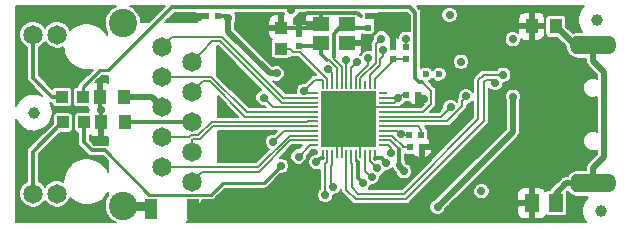
<source format=gbr>
G04 #@! TF.GenerationSoftware,KiCad,Pcbnew,5.99.0-unknown-efbc802~86~ubuntu18.04.1*
G04 #@! TF.CreationDate,2019-09-12T13:39:22+03:00*
G04 #@! TF.ProjectId,USB-GIGABIT_Rev_C,5553422d-4749-4474-9142-49545f526576,rev?*
G04 #@! TF.SameCoordinates,Original*
G04 #@! TF.FileFunction,Copper,L1,Top*
G04 #@! TF.FilePolarity,Positive*
%FSLAX46Y46*%
G04 Gerber Fmt 4.6, Leading zero omitted, Abs format (unit mm)*
G04 Created by KiCad (PCBNEW 5.99.0-unknown-efbc802~86~ubuntu18.04.1) date 2019-09-12 13:39:22*
%MOMM*%
%LPD*%
G04 APERTURE LIST*
%ADD10O,4.000000X1.600000*%
%ADD11O,1.800000X1.800000*%
%ADD12R,2.330000X2.330000*%
%ADD13R,0.200000X0.800000*%
%ADD14R,0.800000X0.200000*%
%ADD15R,0.500000X0.550000*%
%ADD16C,0.600000*%
%ADD17C,1.000000*%
%ADD18R,1.050000X1.270000*%
%ADD19R,0.550000X0.500000*%
%ADD20R,1.016000X1.778000*%
%ADD21C,2.400000*%
%ADD22C,1.650000*%
%ADD23R,1.270000X1.524000*%
%ADD24R,1.016000X1.016000*%
%ADD25R,1.400000X1.200000*%
%ADD26C,0.700000*%
%ADD27C,0.304800*%
%ADD28C,0.199900*%
%ADD29C,0.154940*%
%ADD30C,0.508000*%
%ADD31C,0.180000*%
%ADD32C,0.762000*%
%ADD33C,0.203200*%
%ADD34C,0.200000*%
%ADD35C,0.250000*%
%ADD36C,0.177800*%
G04 APERTURE END LIST*
D10*
X104200000Y-64150000D03*
X104200000Y-75850000D03*
D11*
X83500000Y-70405500D03*
D12*
X82335000Y-71570500D03*
X82335000Y-69240500D03*
X84665000Y-69240500D03*
X84665000Y-71570500D03*
D13*
X81300000Y-67485500D03*
X81700000Y-67485500D03*
X82100000Y-67485500D03*
X82500000Y-67485500D03*
X82900000Y-67485500D03*
X83300000Y-67485500D03*
X83700000Y-67485500D03*
X84100000Y-67485500D03*
X84500000Y-67485500D03*
X84900000Y-67485500D03*
X85300000Y-67485500D03*
X85700000Y-67485500D03*
D14*
X86420000Y-68205500D03*
X86420000Y-68605500D03*
X86420000Y-69005500D03*
X86420000Y-69405500D03*
X86420000Y-69805500D03*
X86420000Y-70205500D03*
X86420000Y-70605500D03*
X86420000Y-71005500D03*
X86420000Y-71405500D03*
X86420000Y-71805500D03*
X86420000Y-72205500D03*
X86420000Y-72605500D03*
D13*
X85700000Y-73325500D03*
X85300000Y-73325500D03*
X84900000Y-73325500D03*
X84500000Y-73325500D03*
X84100000Y-73325500D03*
X83700000Y-73325500D03*
X83300000Y-73325500D03*
X82900000Y-73325500D03*
X82500000Y-73325500D03*
X82100000Y-73325500D03*
X81700000Y-73325500D03*
X81300000Y-73325500D03*
D14*
X80580000Y-72605500D03*
X80580000Y-72205500D03*
X80580000Y-71805500D03*
X80580000Y-71405500D03*
X80580000Y-71005500D03*
X80580000Y-70605500D03*
X80580000Y-70205500D03*
X80580000Y-69805500D03*
X80580000Y-69405500D03*
X80580000Y-69005500D03*
X80580000Y-68605500D03*
X80580000Y-68205500D03*
D15*
X89331800Y-68338700D03*
X88315800Y-68338700D03*
D16*
X62450000Y-67200000D03*
X59055000Y-66675000D03*
X58610500Y-73914000D03*
X62750000Y-73850000D03*
X73342500Y-76517500D03*
X74993500Y-67881500D03*
X91150000Y-66600000D03*
X90050000Y-66600000D03*
X80250000Y-75700000D03*
X78422500Y-75184000D03*
X93600000Y-67500000D03*
X95200000Y-64600000D03*
X73150000Y-66100000D03*
X73000000Y-69650000D03*
X73723500Y-73533000D03*
D15*
X88642000Y-71750000D03*
X89658000Y-71750000D03*
D17*
X56850000Y-69850000D03*
X104850000Y-78200000D03*
X104500000Y-62000000D03*
D18*
X62484000Y-68541900D03*
X64516000Y-68541900D03*
X62509400Y-70675500D03*
X64541400Y-70675500D03*
X98996500Y-62547500D03*
X101028500Y-62547500D03*
D15*
X72461500Y-61642500D03*
X71445500Y-61642500D03*
D19*
X85098000Y-62722000D03*
X85098000Y-61706000D03*
X79319500Y-63166500D03*
X79319500Y-64182500D03*
D20*
X70278000Y-78000000D03*
X66722000Y-78000000D03*
D15*
X89695400Y-72800000D03*
X88679400Y-72800000D03*
D21*
X64389500Y-77747000D03*
X64389500Y-62253000D03*
D22*
X56769500Y-76731000D03*
X58801500Y-76731000D03*
X56769500Y-63269000D03*
X58801500Y-63269000D03*
X70231500Y-75715000D03*
X67691500Y-74445000D03*
X70231500Y-73175000D03*
X67691500Y-71905000D03*
X70231500Y-70635000D03*
X67691500Y-69365000D03*
X70231500Y-68095000D03*
X67691500Y-66825000D03*
X70231500Y-65555000D03*
X67691500Y-64285000D03*
D23*
X98996500Y-77533500D03*
X101028500Y-77533500D03*
D24*
X77795500Y-62658500D03*
X77795500Y-64436500D03*
D19*
X88350000Y-65358000D03*
X88350000Y-64342000D03*
X87249000Y-65358000D03*
X87249000Y-64342000D03*
D24*
X61074300Y-70688200D03*
X59296300Y-70688200D03*
X60985400Y-68541900D03*
X59207400Y-68541900D03*
D25*
X81132500Y-62369800D03*
X83332500Y-63969800D03*
X83332500Y-62369800D03*
X81132500Y-63969800D03*
D26*
X66850000Y-61400000D03*
X61350000Y-78550000D03*
X59250000Y-78450000D03*
X59300000Y-61550000D03*
X61350000Y-61550000D03*
X86500000Y-61900000D03*
X81754942Y-66156343D03*
X93446600Y-68491100D03*
X91020900Y-77851000D03*
X97409000Y-68516500D03*
X88350001Y-63600000D03*
X93000000Y-65550000D03*
X97395200Y-63650000D03*
X87650000Y-68650000D03*
X92050000Y-61600000D03*
X92130343Y-69396500D03*
X84219221Y-65591605D03*
X86277998Y-63593899D03*
X85166192Y-65246747D03*
X86443988Y-64547064D03*
X85438012Y-75297518D03*
X85916937Y-74559243D03*
X80772000Y-74053700D03*
X76296520Y-68583217D03*
X86654781Y-74079652D03*
X84707225Y-75787794D03*
X77114400Y-72326500D03*
X94742000Y-76517500D03*
X88164672Y-74819235D03*
X77393800Y-66535300D03*
X73304400Y-61861700D03*
X79733345Y-68033100D03*
X83277947Y-65414012D03*
X87895878Y-71691651D03*
X87083900Y-73240900D03*
X79260700Y-73583800D03*
X71348600Y-77939900D03*
X91059000Y-76517500D03*
X97536000Y-77851000D03*
X103568500Y-66675000D03*
X103441500Y-70294500D03*
X98950000Y-64000000D03*
X79438500Y-66484500D03*
X62534800Y-69596000D03*
X76717018Y-65332482D03*
X70815200Y-61734700D03*
X90652600Y-72453500D03*
X89890601Y-68745100D03*
X78650000Y-61200002D03*
X82185876Y-76164124D03*
X81514124Y-76835876D03*
X95906237Y-67330697D03*
X96577989Y-66658945D03*
X77749400Y-74371200D03*
D27*
X68551202Y-60950698D02*
X78667198Y-60950698D01*
X63234499Y-66267401D02*
X68551202Y-60950698D01*
X86081100Y-62318900D02*
X86150001Y-62249999D01*
X85813900Y-62318900D02*
X86081100Y-62318900D01*
D28*
X87249000Y-62649000D02*
X86849999Y-62249999D01*
X87249000Y-64342000D02*
X87249000Y-62649000D01*
D27*
X86150001Y-62249999D02*
X86500000Y-61900000D01*
D28*
X86849999Y-62249999D02*
X86500000Y-61900000D01*
X81700000Y-67485500D02*
X81700000Y-67001759D01*
X81700000Y-67001759D02*
X79383092Y-64684851D01*
X79383092Y-64684851D02*
X78751751Y-64684851D01*
X78751751Y-64684851D02*
X78503400Y-64436500D01*
X78503400Y-64436500D02*
X77795500Y-64436500D01*
X81300000Y-67100000D02*
X80666445Y-67100000D01*
X81300000Y-67485500D02*
X81300000Y-67100000D01*
X80666445Y-67100000D02*
X79733345Y-68033100D01*
D29*
X82900000Y-66008530D02*
X82245200Y-65353730D01*
X82900000Y-67485500D02*
X82900000Y-66008530D01*
X82500000Y-66043189D02*
X81836411Y-65379600D01*
X82500000Y-67485500D02*
X82500000Y-66043189D01*
X81836411Y-65379600D02*
X81637500Y-65379600D01*
D28*
X82100000Y-66501401D02*
X81754942Y-66156343D01*
D29*
X82245200Y-65353730D02*
X82245200Y-65176400D01*
D28*
X82100000Y-67485500D02*
X82100000Y-66501401D01*
D27*
X81121999Y-73703701D02*
X81253701Y-73703701D01*
X80772000Y-74053700D02*
X81121999Y-73703701D01*
X81253701Y-73703701D02*
X81295199Y-73662203D01*
X86304782Y-73729653D02*
X85770347Y-73729653D01*
X86654781Y-74079652D02*
X86304782Y-73729653D01*
X85770347Y-73729653D02*
X85715055Y-73784945D01*
X84707225Y-75787794D02*
X84271064Y-75351633D01*
X84271064Y-75351633D02*
X84271064Y-74050796D01*
X84271064Y-74050796D02*
X84198119Y-73977851D01*
D28*
X84100000Y-73879732D02*
X84198119Y-73977851D01*
X84100000Y-73325500D02*
X84100000Y-73879732D01*
X84198119Y-73977851D02*
X84271064Y-73977851D01*
X86855500Y-72605500D02*
X87083900Y-72833900D01*
X86420000Y-72605500D02*
X86855500Y-72605500D01*
X87083900Y-72833900D02*
X87083900Y-73240900D01*
X85700000Y-73800000D02*
X86375129Y-73800000D01*
X85700000Y-73325500D02*
X85700000Y-73800000D01*
X86375129Y-73800000D02*
X86654781Y-74079652D01*
X86420000Y-72205500D02*
X87010893Y-72205500D01*
X87010893Y-72205500D02*
X87769700Y-72964307D01*
D27*
X87769700Y-74180700D02*
X87769700Y-72964307D01*
D29*
X86420000Y-70605500D02*
X91820401Y-70605500D01*
X93096601Y-69329300D02*
X93096601Y-68841099D01*
X91820401Y-70605500D02*
X93096601Y-69329300D01*
X93096601Y-68841099D02*
X93446600Y-68491100D01*
D30*
X91370899Y-77501001D02*
X91020900Y-77851000D01*
X97409000Y-71462900D02*
X91370899Y-77501001D01*
X97409000Y-68516500D02*
X97409000Y-71462900D01*
D29*
X86420000Y-71805500D02*
X87151517Y-71805500D01*
X87151517Y-71805500D02*
X88146017Y-72800000D01*
X88146017Y-72800000D02*
X88274460Y-72800000D01*
X88274460Y-72800000D02*
X88679400Y-72800000D01*
X88123741Y-72800000D02*
X88679400Y-72800000D01*
X88642000Y-71750000D02*
X87954227Y-71750000D01*
X87954227Y-71750000D02*
X87895878Y-71691651D01*
X89355500Y-71005500D02*
X89658000Y-71308000D01*
X86420000Y-71005500D02*
X89355500Y-71005500D01*
X89658000Y-71308000D02*
X89658000Y-71750000D01*
D30*
X77393800Y-66535300D02*
X76800362Y-66535300D01*
X76800362Y-66535300D02*
X73304400Y-63039338D01*
X73304400Y-63039338D02*
X73304400Y-62356674D01*
X73304400Y-62356674D02*
X73304400Y-61861700D01*
D28*
X85700000Y-67000000D02*
X87249000Y-65451000D01*
X87249000Y-65451000D02*
X87249000Y-65358000D01*
X85700000Y-67485500D02*
X85700000Y-67000000D01*
X88350000Y-65358000D02*
X87249000Y-65358000D01*
X88350001Y-63600000D02*
X88350001Y-64341999D01*
X88350001Y-64341999D02*
X88350000Y-64342000D01*
X87249000Y-64338200D02*
X87330200Y-64338200D01*
X86420000Y-69405500D02*
X89230201Y-69405500D01*
X89230201Y-69405500D02*
X89890601Y-68745100D01*
X88315800Y-68338700D02*
X87961300Y-68338700D01*
X87961300Y-68338700D02*
X87650000Y-68650000D01*
X86420000Y-68605500D02*
X87605500Y-68605500D01*
X87605500Y-68605500D02*
X87650000Y-68650000D01*
D30*
X87668200Y-68650000D02*
X87650000Y-68650000D01*
D28*
X86420000Y-69005500D02*
X87294500Y-69005500D01*
X87294500Y-69005500D02*
X87300001Y-68999999D01*
X87300001Y-68999999D02*
X87650000Y-68650000D01*
D27*
X78727300Y-60947300D02*
X88652654Y-60947300D01*
X78689200Y-60985400D02*
X78727300Y-60947300D01*
X88652654Y-60947300D02*
X89150000Y-61444646D01*
X89150000Y-66950000D02*
X89435951Y-67235951D01*
X89150000Y-61444646D02*
X89150000Y-66950000D01*
X89435951Y-67235951D02*
X89743520Y-67235951D01*
D28*
X91321343Y-70205500D02*
X92130343Y-69396500D01*
X86420000Y-70205500D02*
X91321343Y-70205500D01*
X83700000Y-66110826D02*
X84219221Y-65591605D01*
X83700000Y-67485500D02*
X83700000Y-66110826D01*
X85927999Y-63943898D02*
X86277998Y-63593899D01*
X84500000Y-67485500D02*
X84500000Y-66964074D01*
X84500000Y-66964074D02*
X85796152Y-65667922D01*
X85796152Y-65667922D02*
X85796152Y-64075745D01*
X85796152Y-64075745D02*
X85927999Y-63943898D01*
X85140800Y-65272139D02*
X85166192Y-65246747D01*
X85140800Y-65786000D02*
X85140800Y-65272139D01*
X84100000Y-66826800D02*
X85140800Y-65786000D01*
X84100000Y-67485500D02*
X84100000Y-66826800D01*
X85300000Y-66701348D02*
X86184656Y-65816692D01*
X85300000Y-67485500D02*
X85300000Y-66701348D01*
X86443988Y-65042038D02*
X86443988Y-64547064D01*
X86184656Y-65301370D02*
X86443988Y-65042038D01*
X86184656Y-65816692D02*
X86184656Y-65301370D01*
X84900000Y-73325500D02*
X84900000Y-74759506D01*
X84900000Y-74759506D02*
X85088013Y-74947519D01*
X85088013Y-74947519D02*
X85438012Y-75297518D01*
X85300000Y-73942306D02*
X85566938Y-74209244D01*
X85566938Y-74209244D02*
X85916937Y-74559243D01*
X85300000Y-73325500D02*
X85300000Y-73942306D01*
D27*
X59232800Y-70688200D02*
X59296300Y-70688200D01*
X56769500Y-73151500D02*
X59232800Y-70688200D01*
X56769500Y-76731000D02*
X56769500Y-73151500D01*
X56769500Y-66916800D02*
X58394600Y-68541900D01*
X58394600Y-68541900D02*
X59207400Y-68541900D01*
X56769500Y-63269000D02*
X56769500Y-66916800D01*
X78667198Y-60950698D02*
X78689200Y-60972700D01*
D29*
X90498071Y-69100187D02*
X90498071Y-67990502D01*
X90498071Y-67990502D02*
X89743520Y-67235951D01*
X89792758Y-69805500D02*
X90498071Y-69100187D01*
X86420000Y-69805500D02*
X89792758Y-69805500D01*
D31*
X80580000Y-71005500D02*
X79979999Y-71005500D01*
X79979999Y-71005500D02*
X79959999Y-70985500D01*
X72040306Y-70985500D02*
X70915814Y-72109992D01*
X79959999Y-70985500D02*
X72040306Y-70985500D01*
X70915814Y-72109992D02*
X70281068Y-72109992D01*
X70281068Y-72109992D02*
X70231500Y-72159559D01*
X70231500Y-72159559D02*
X70231500Y-73175000D01*
X80580000Y-70605500D02*
X79979999Y-70605500D01*
X79959999Y-70625500D02*
X71891202Y-70625500D01*
X70131940Y-71750001D02*
X69976941Y-71905000D01*
X70766701Y-71750001D02*
X70131940Y-71750001D01*
X71891202Y-70625500D02*
X70766701Y-71750001D01*
X79979999Y-70605500D02*
X79959999Y-70625500D01*
X69976941Y-71905000D02*
X67691500Y-71905000D01*
X79959999Y-70185500D02*
X74731540Y-70185500D01*
X79979999Y-70205500D02*
X79959999Y-70185500D01*
X80580000Y-70205500D02*
X79979999Y-70205500D01*
X71141500Y-67185000D02*
X70231500Y-68095000D01*
X71731040Y-67185000D02*
X71141500Y-67185000D01*
X74731540Y-70185500D02*
X71731040Y-67185000D01*
X79959999Y-69825500D02*
X74880660Y-69825500D01*
X79979999Y-69805500D02*
X79959999Y-69825500D01*
X80580000Y-69805500D02*
X79979999Y-69805500D01*
X71141500Y-66825000D02*
X67691500Y-66825000D01*
X71880160Y-66825000D02*
X71141500Y-66825000D01*
X74880660Y-69825500D02*
X71880160Y-66825000D01*
D28*
X81300000Y-73525700D02*
X80772000Y-74053700D01*
X81300000Y-73325500D02*
X81300000Y-73525700D01*
X80580000Y-69405500D02*
X77118803Y-69405500D01*
X77118803Y-69405500D02*
X76646519Y-68933216D01*
X76646519Y-68933216D02*
X76296520Y-68583217D01*
X80580000Y-71405500D02*
X78035400Y-71405500D01*
X77464399Y-71976501D02*
X77114400Y-72326500D01*
X78035400Y-71405500D02*
X77464399Y-71976501D01*
D30*
X87769700Y-74371200D02*
X88201500Y-74803000D01*
X87769700Y-74180700D02*
X87769700Y-74371200D01*
D32*
X66469000Y-77747000D02*
X66722000Y-78000000D01*
X64389500Y-77747000D02*
X66469000Y-77747000D01*
D27*
X81132500Y-64874600D02*
X81637500Y-65379600D01*
X81132500Y-63969800D02*
X81132500Y-64874600D01*
X80940400Y-64182500D02*
X79319500Y-64182500D01*
X81140300Y-63982600D02*
X80940400Y-64182500D01*
X81140300Y-63977600D02*
X81140300Y-63982600D01*
X81132500Y-63969800D02*
X81140300Y-63977600D01*
D29*
X83232500Y-62369800D02*
X83332500Y-62369800D01*
D27*
X83034178Y-62369800D02*
X82245200Y-63158778D01*
X83332500Y-62369800D02*
X83034178Y-62369800D01*
X82245200Y-63158778D02*
X82245200Y-65176400D01*
X83537300Y-62722000D02*
X85098000Y-62722000D01*
X83332500Y-62517200D02*
X83537300Y-62722000D01*
X83332500Y-62369800D02*
X83332500Y-62517200D01*
X72461500Y-61642500D02*
X73085200Y-61642500D01*
X73085200Y-61642500D02*
X73304400Y-61861700D01*
D28*
X79905745Y-68205500D02*
X79733345Y-68033100D01*
X80580000Y-68205500D02*
X79905745Y-68205500D01*
X83286600Y-65422665D02*
X83277947Y-65414012D01*
X83286600Y-67472100D02*
X83286600Y-65422665D01*
X83300000Y-67485500D02*
X83286600Y-67472100D01*
X87609727Y-71405500D02*
X87895878Y-71691651D01*
X86420000Y-71405500D02*
X87609727Y-71405500D01*
X80239000Y-72605500D02*
X79260700Y-73583800D01*
X80580000Y-72605500D02*
X80239000Y-72605500D01*
D30*
X102631000Y-64150000D02*
X104203500Y-64150000D01*
X101028500Y-62547500D02*
X102631000Y-64150000D01*
X101886500Y-75850000D02*
X104203500Y-75850000D01*
X101028500Y-76708000D02*
X101886500Y-75850000D01*
X101028500Y-77533500D02*
X101028500Y-76708000D01*
X104203500Y-74542000D02*
X104203500Y-75850000D01*
X105137501Y-73607999D02*
X104203500Y-74542000D01*
X105137501Y-66392001D02*
X105137501Y-73607999D01*
X104203500Y-65458000D02*
X105137501Y-66392001D01*
X104203500Y-64150000D02*
X104203500Y-65458000D01*
D27*
X70191000Y-70675500D02*
X70231500Y-70635000D01*
X64541400Y-70675500D02*
X70191000Y-70675500D01*
D28*
X82500000Y-71735500D02*
X82335000Y-71570500D01*
X82500000Y-73325500D02*
X82500000Y-71735500D01*
X82900000Y-72135500D02*
X82335000Y-71570500D01*
X82900000Y-73325500D02*
X82900000Y-72135500D01*
X84500000Y-71735500D02*
X84665000Y-71570500D01*
X84500000Y-73325500D02*
X84500000Y-71735500D01*
D27*
X71288500Y-78000000D02*
X71348600Y-77939900D01*
X70278000Y-78000000D02*
X71288500Y-78000000D01*
D30*
X97853500Y-77533500D02*
X97536000Y-77851000D01*
X98996500Y-77533500D02*
X97853500Y-77533500D01*
D27*
X79319500Y-63166500D02*
X79319500Y-62611700D01*
X79391800Y-62684000D02*
X79319500Y-62611700D01*
X81140500Y-62684000D02*
X79391800Y-62684000D01*
X81140500Y-61779200D02*
X81140500Y-62684000D01*
X70890700Y-61642500D02*
X70815200Y-61718000D01*
X70815200Y-61718000D02*
X70815200Y-61734700D01*
X71445500Y-61642500D02*
X70890700Y-61642500D01*
D30*
X59055000Y-66675000D02*
X59067700Y-66675000D01*
D28*
X83448873Y-64392373D02*
X83564891Y-64392373D01*
X83340500Y-64284000D02*
X83448873Y-64392373D01*
D30*
X83332500Y-63969800D02*
X84975800Y-63969800D01*
X84975800Y-63969800D02*
X85372593Y-63573007D01*
D27*
X85677800Y-61706000D02*
X85098000Y-61706000D01*
X85813900Y-61842100D02*
X85677800Y-61706000D01*
X85372593Y-63489350D02*
X85813900Y-63048043D01*
X85372593Y-63573007D02*
X85372593Y-63489350D01*
X90649300Y-72450200D02*
X90652600Y-72453500D01*
X85813900Y-63048043D02*
X85813900Y-62318900D01*
X85813900Y-62318900D02*
X85813900Y-61842100D01*
X77811500Y-62674500D02*
X77795500Y-62658500D01*
X79255300Y-62674500D02*
X77811500Y-62674500D01*
X79318800Y-62611000D02*
X79255300Y-62674500D01*
X79319500Y-62611700D02*
X79318800Y-62611000D01*
X79971900Y-61442600D02*
X79375000Y-62039500D01*
X81153000Y-61442600D02*
X79971900Y-61442600D01*
X81153000Y-61766700D02*
X81153000Y-61442600D01*
X81140500Y-61779200D02*
X81153000Y-61766700D01*
X81140500Y-61432111D02*
X81140500Y-61779200D01*
X84244311Y-61432111D02*
X81140500Y-61432111D01*
X84518200Y-61706000D02*
X84244311Y-61432111D01*
X89484201Y-68338700D02*
X89890601Y-68745100D01*
X89331800Y-68338700D02*
X89484201Y-68338700D01*
D30*
X66868400Y-68541900D02*
X67691500Y-69365000D01*
X64516000Y-68541900D02*
X66868400Y-68541900D01*
D33*
X87274000Y-64338200D02*
X87249000Y-64338200D01*
D31*
X68516499Y-63460001D02*
X67691500Y-64285000D01*
X79946388Y-68653110D02*
X77976014Y-68653110D01*
X71969000Y-63817500D02*
X71056499Y-64730001D01*
X77819300Y-69005500D02*
X72631300Y-63817500D01*
X71056499Y-64730001D02*
X70231500Y-65555000D01*
X68518991Y-63457509D02*
X68516499Y-63460001D01*
X72631300Y-63817500D02*
X71969000Y-63817500D01*
X79993998Y-68605500D02*
X79946388Y-68653110D01*
X80580000Y-69005500D02*
X77819300Y-69005500D01*
X72780413Y-63457509D02*
X68518991Y-63457509D01*
X77976014Y-68653110D02*
X72780413Y-63457509D01*
X80580000Y-68605500D02*
X79993998Y-68605500D01*
D28*
X78650000Y-60967896D02*
X78667198Y-60950698D01*
X78650000Y-61200002D02*
X78650000Y-60967896D01*
D34*
X81964124Y-75942372D02*
X81964124Y-74398262D01*
X82185876Y-76164124D02*
X81964124Y-75942372D01*
X81514124Y-76835876D02*
X81514124Y-75942372D01*
X81514124Y-75942372D02*
X81514124Y-74211862D01*
D28*
X82100000Y-74262386D02*
X82100000Y-73325500D01*
X81964124Y-74398262D02*
X82100000Y-74262386D01*
X81700000Y-74025986D02*
X81700000Y-73325500D01*
X81514124Y-74211862D02*
X81700000Y-74025986D01*
D34*
X84293200Y-76725000D02*
X83747650Y-76179450D01*
X94475000Y-70406800D02*
X88156800Y-76725000D01*
X94922855Y-66658945D02*
X94475000Y-67106800D01*
X88156800Y-76725000D02*
X84293200Y-76725000D01*
X96577989Y-66658945D02*
X94922855Y-66658945D01*
X94475000Y-67106800D02*
X94475000Y-70406800D01*
X83297650Y-76365850D02*
X83297650Y-74202902D01*
X84106800Y-77175000D02*
X83297650Y-76365850D01*
X88343200Y-77175000D02*
X84106800Y-77175000D01*
X83747650Y-76179450D02*
X83747650Y-74202902D01*
X95906237Y-67330697D02*
X95684485Y-67108945D01*
X95684485Y-67108945D02*
X95109255Y-67108945D01*
X95109255Y-67108945D02*
X94925000Y-67293200D01*
X94925000Y-67293200D02*
X94925000Y-70593200D01*
X94925000Y-70593200D02*
X88343200Y-77175000D01*
D28*
X83700000Y-74155252D02*
X83747650Y-74202902D01*
X83700000Y-73325500D02*
X83700000Y-74155252D01*
X83300000Y-74200552D02*
X83297650Y-74202902D01*
X83300000Y-73325500D02*
X83300000Y-74200552D01*
X84830000Y-69405500D02*
X84665000Y-69240500D01*
X86420000Y-69405500D02*
X84830000Y-69405500D01*
D35*
X63234499Y-66267401D02*
X62434399Y-66267401D01*
X60985400Y-67716400D02*
X60985400Y-68541900D01*
X62434399Y-66267401D02*
X60985400Y-67716400D01*
D27*
X61074300Y-70688200D02*
X61074300Y-72377300D01*
X61074300Y-72377300D02*
X61760100Y-73063100D01*
X61760100Y-73063100D02*
X62877700Y-73063100D01*
X62484000Y-69545200D02*
X62534800Y-69596000D01*
X62484000Y-68541900D02*
X62484000Y-69545200D01*
X62534800Y-70650100D02*
X62509400Y-70675500D01*
X62534800Y-69596000D02*
X62534800Y-70650100D01*
D31*
X80580000Y-72205500D02*
X78563064Y-72205500D01*
X75853464Y-74445000D02*
X68858226Y-74445000D01*
D35*
X72821800Y-75819000D02*
X76301600Y-75819000D01*
D31*
X71056499Y-74890001D02*
X70231500Y-75715000D01*
X68858226Y-74445000D02*
X67691500Y-74445000D01*
D35*
X76301600Y-75819000D02*
X77399401Y-74721199D01*
D31*
X75878563Y-74890001D02*
X71056499Y-74890001D01*
D35*
X71823399Y-76817401D02*
X72821800Y-75819000D01*
D31*
X80580000Y-71805500D02*
X78492964Y-71805500D01*
D35*
X77399401Y-74721199D02*
X77749400Y-74371200D01*
X66632001Y-76817401D02*
X71823399Y-76817401D01*
X62877700Y-73063100D02*
X66632001Y-76817401D01*
D31*
X78492964Y-71805500D02*
X75853464Y-74445000D01*
X78563064Y-72205500D02*
X75878563Y-74890001D01*
D36*
G36*
X57812870Y-63898826D02*
G01*
X57949804Y-64074409D01*
X58117469Y-64220930D01*
X58309816Y-64333103D01*
X58519903Y-64406880D01*
X58740152Y-64439601D01*
X58962613Y-64430082D01*
X59179262Y-64378669D01*
X59348319Y-64302515D01*
X59357917Y-64518017D01*
X59412331Y-64801919D01*
X59507157Y-65074993D01*
X59640411Y-65331517D01*
X59809300Y-65566118D01*
X60010286Y-65773882D01*
X60239159Y-65950456D01*
X60491124Y-66092141D01*
X60760903Y-66195970D01*
X61042844Y-66259767D01*
X61331043Y-66282196D01*
X61619459Y-66262786D01*
X61822411Y-66219093D01*
X60687769Y-67353735D01*
X60648783Y-67379784D01*
X60545590Y-67534227D01*
X60525344Y-67636011D01*
X60515196Y-67687024D01*
X60468743Y-67687024D01*
X60343997Y-67711837D01*
X60230904Y-67787404D01*
X60155337Y-67900497D01*
X60130524Y-68025243D01*
X60130524Y-69058557D01*
X60155337Y-69183303D01*
X60230904Y-69296396D01*
X60343997Y-69371963D01*
X60468743Y-69396776D01*
X61411078Y-69396776D01*
X61432411Y-69476392D01*
X61555211Y-69622739D01*
X61520872Y-69651553D01*
X61415927Y-69833324D01*
X60557643Y-69833324D01*
X60432897Y-69858137D01*
X60319804Y-69933704D01*
X60244237Y-70046797D01*
X60219424Y-70171543D01*
X60219424Y-71204857D01*
X60244237Y-71329603D01*
X60319804Y-71442696D01*
X60432897Y-71518263D01*
X60557643Y-71543076D01*
X60580000Y-71543076D01*
X60580001Y-72328620D01*
X60570318Y-72377300D01*
X60608681Y-72570166D01*
X60675417Y-72670042D01*
X60717931Y-72733669D01*
X60759196Y-72761242D01*
X61376157Y-73378203D01*
X61403731Y-73419469D01*
X61452197Y-73451854D01*
X61567234Y-73528721D01*
X61611135Y-73537451D01*
X61611135Y-73537452D01*
X61711419Y-73557400D01*
X61711424Y-73557400D01*
X61760100Y-73567082D01*
X61808776Y-73557400D01*
X62711704Y-73557400D01*
X63137966Y-73983662D01*
X63143698Y-74866322D01*
X63088310Y-74746727D01*
X62930238Y-74504706D01*
X62738884Y-74288039D01*
X62518256Y-74101264D01*
X62272978Y-73948295D01*
X62008187Y-73832335D01*
X61729429Y-73755813D01*
X61442546Y-73720335D01*
X61153545Y-73726641D01*
X60868481Y-73774599D01*
X60593328Y-73863207D01*
X60333845Y-73990606D01*
X60095473Y-74154130D01*
X59883203Y-74350350D01*
X59701482Y-74575157D01*
X59554116Y-74823843D01*
X59444194Y-75091198D01*
X59374017Y-75371620D01*
X59345055Y-75659234D01*
X59346751Y-75697303D01*
X59187000Y-75623995D01*
X58970716Y-75571071D01*
X58748326Y-75560000D01*
X58527854Y-75591181D01*
X58317256Y-75663490D01*
X58124131Y-75774318D01*
X57955447Y-75919664D01*
X57817291Y-76094287D01*
X57786012Y-76154502D01*
X57691951Y-76007706D01*
X57538538Y-75846324D01*
X57357375Y-75716863D01*
X57263800Y-75673922D01*
X57263800Y-73356245D01*
X59076970Y-71543076D01*
X59812957Y-71543076D01*
X59937703Y-71518263D01*
X60050796Y-71442696D01*
X60126363Y-71329603D01*
X60151176Y-71204857D01*
X60151176Y-70171543D01*
X60126363Y-70046797D01*
X60050796Y-69933704D01*
X59937703Y-69858137D01*
X59812957Y-69833324D01*
X58779643Y-69833324D01*
X58654897Y-69858137D01*
X58541804Y-69933704D01*
X58466237Y-70046797D01*
X58441424Y-70171543D01*
X58441424Y-70780530D01*
X56454398Y-72767557D01*
X56413132Y-72795131D01*
X56385556Y-72836400D01*
X56303881Y-72958634D01*
X56265518Y-73151500D01*
X56275201Y-73200180D01*
X56275200Y-75669262D01*
X56092131Y-75774318D01*
X55923447Y-75919664D01*
X55785291Y-76094287D01*
X55682648Y-76291884D01*
X55619222Y-76505325D01*
X55597300Y-76726908D01*
X55617674Y-76948640D01*
X55679610Y-77162518D01*
X55780870Y-77360826D01*
X55917804Y-77536409D01*
X56085469Y-77682930D01*
X56277816Y-77795103D01*
X56487903Y-77868880D01*
X56708152Y-77901601D01*
X56930613Y-77892082D01*
X57147262Y-77840669D01*
X57350281Y-77749216D01*
X57532342Y-77621023D01*
X57686879Y-77460717D01*
X57786049Y-77308299D01*
X57812870Y-77360826D01*
X57949804Y-77536409D01*
X58117469Y-77682930D01*
X58309816Y-77795103D01*
X58519903Y-77868880D01*
X58740152Y-77901601D01*
X58962613Y-77892082D01*
X59179262Y-77840669D01*
X59382281Y-77749216D01*
X59564342Y-77621023D01*
X59718879Y-77460717D01*
X59840314Y-77274079D01*
X59910767Y-77101007D01*
X60010286Y-77203882D01*
X60239159Y-77380456D01*
X60491124Y-77522141D01*
X60760903Y-77625970D01*
X61042844Y-77689767D01*
X61331043Y-77712196D01*
X61619459Y-77692786D01*
X61902055Y-77631946D01*
X62172905Y-77530947D01*
X62426341Y-77391909D01*
X62657050Y-77217740D01*
X62860200Y-77012093D01*
X63031537Y-76779273D01*
X63154619Y-76548275D01*
X63156381Y-76819550D01*
X63111378Y-76875124D01*
X62986140Y-77095582D01*
X62898591Y-77333535D01*
X62851081Y-77582591D01*
X62844886Y-77836062D01*
X62880173Y-78087142D01*
X62955993Y-78329087D01*
X63070312Y-78555400D01*
X63220059Y-78760002D01*
X63401212Y-78937399D01*
X63608905Y-79082828D01*
X63766010Y-79158100D01*
X55341900Y-79158100D01*
X55341900Y-70400092D01*
X55416268Y-70580523D01*
X55551508Y-70800352D01*
X55720155Y-70995731D01*
X55917870Y-71161634D01*
X56139566Y-71293792D01*
X56379540Y-71388805D01*
X56631618Y-71444227D01*
X56889314Y-71458635D01*
X57145999Y-71431656D01*
X57395068Y-71363986D01*
X57630115Y-71257363D01*
X57845090Y-71114534D01*
X58034465Y-70939172D01*
X58193366Y-70735787D01*
X58317706Y-70509614D01*
X58404286Y-70266470D01*
X58450961Y-70012156D01*
X58454006Y-69721408D01*
X58412667Y-69466172D01*
X58331198Y-69221269D01*
X58221509Y-69011453D01*
X58345920Y-69036200D01*
X58345924Y-69036200D01*
X58352524Y-69037513D01*
X58352524Y-69058557D01*
X58377337Y-69183303D01*
X58452904Y-69296396D01*
X58565997Y-69371963D01*
X58690743Y-69396776D01*
X59724057Y-69396776D01*
X59848803Y-69371963D01*
X59961896Y-69296396D01*
X60037463Y-69183303D01*
X60062276Y-69058557D01*
X60062276Y-68025243D01*
X60037463Y-67900497D01*
X59961896Y-67787404D01*
X59848803Y-67711837D01*
X59724057Y-67687024D01*
X58690743Y-67687024D01*
X58565997Y-67711837D01*
X58452904Y-67787404D01*
X58407340Y-67855595D01*
X57263800Y-66712055D01*
X57263800Y-64326173D01*
X57350281Y-64287216D01*
X57532342Y-64159023D01*
X57686879Y-63998717D01*
X57786049Y-63846299D01*
X57812870Y-63898826D01*
X57812870Y-63898826D01*
G37*
X57812870Y-63898826D02*
X57949804Y-64074409D01*
X58117469Y-64220930D01*
X58309816Y-64333103D01*
X58519903Y-64406880D01*
X58740152Y-64439601D01*
X58962613Y-64430082D01*
X59179262Y-64378669D01*
X59348319Y-64302515D01*
X59357917Y-64518017D01*
X59412331Y-64801919D01*
X59507157Y-65074993D01*
X59640411Y-65331517D01*
X59809300Y-65566118D01*
X60010286Y-65773882D01*
X60239159Y-65950456D01*
X60491124Y-66092141D01*
X60760903Y-66195970D01*
X61042844Y-66259767D01*
X61331043Y-66282196D01*
X61619459Y-66262786D01*
X61822411Y-66219093D01*
X60687769Y-67353735D01*
X60648783Y-67379784D01*
X60545590Y-67534227D01*
X60525344Y-67636011D01*
X60515196Y-67687024D01*
X60468743Y-67687024D01*
X60343997Y-67711837D01*
X60230904Y-67787404D01*
X60155337Y-67900497D01*
X60130524Y-68025243D01*
X60130524Y-69058557D01*
X60155337Y-69183303D01*
X60230904Y-69296396D01*
X60343997Y-69371963D01*
X60468743Y-69396776D01*
X61411078Y-69396776D01*
X61432411Y-69476392D01*
X61555211Y-69622739D01*
X61520872Y-69651553D01*
X61415927Y-69833324D01*
X60557643Y-69833324D01*
X60432897Y-69858137D01*
X60319804Y-69933704D01*
X60244237Y-70046797D01*
X60219424Y-70171543D01*
X60219424Y-71204857D01*
X60244237Y-71329603D01*
X60319804Y-71442696D01*
X60432897Y-71518263D01*
X60557643Y-71543076D01*
X60580000Y-71543076D01*
X60580001Y-72328620D01*
X60570318Y-72377300D01*
X60608681Y-72570166D01*
X60675417Y-72670042D01*
X60717931Y-72733669D01*
X60759196Y-72761242D01*
X61376157Y-73378203D01*
X61403731Y-73419469D01*
X61452197Y-73451854D01*
X61567234Y-73528721D01*
X61611135Y-73537451D01*
X61611135Y-73537452D01*
X61711419Y-73557400D01*
X61711424Y-73557400D01*
X61760100Y-73567082D01*
X61808776Y-73557400D01*
X62711704Y-73557400D01*
X63137966Y-73983662D01*
X63143698Y-74866322D01*
X63088310Y-74746727D01*
X62930238Y-74504706D01*
X62738884Y-74288039D01*
X62518256Y-74101264D01*
X62272978Y-73948295D01*
X62008187Y-73832335D01*
X61729429Y-73755813D01*
X61442546Y-73720335D01*
X61153545Y-73726641D01*
X60868481Y-73774599D01*
X60593328Y-73863207D01*
X60333845Y-73990606D01*
X60095473Y-74154130D01*
X59883203Y-74350350D01*
X59701482Y-74575157D01*
X59554116Y-74823843D01*
X59444194Y-75091198D01*
X59374017Y-75371620D01*
X59345055Y-75659234D01*
X59346751Y-75697303D01*
X59187000Y-75623995D01*
X58970716Y-75571071D01*
X58748326Y-75560000D01*
X58527854Y-75591181D01*
X58317256Y-75663490D01*
X58124131Y-75774318D01*
X57955447Y-75919664D01*
X57817291Y-76094287D01*
X57786012Y-76154502D01*
X57691951Y-76007706D01*
X57538538Y-75846324D01*
X57357375Y-75716863D01*
X57263800Y-75673922D01*
X57263800Y-73356245D01*
X59076970Y-71543076D01*
X59812957Y-71543076D01*
X59937703Y-71518263D01*
X60050796Y-71442696D01*
X60126363Y-71329603D01*
X60151176Y-71204857D01*
X60151176Y-70171543D01*
X60126363Y-70046797D01*
X60050796Y-69933704D01*
X59937703Y-69858137D01*
X59812957Y-69833324D01*
X58779643Y-69833324D01*
X58654897Y-69858137D01*
X58541804Y-69933704D01*
X58466237Y-70046797D01*
X58441424Y-70171543D01*
X58441424Y-70780530D01*
X56454398Y-72767557D01*
X56413132Y-72795131D01*
X56385556Y-72836400D01*
X56303881Y-72958634D01*
X56265518Y-73151500D01*
X56275201Y-73200180D01*
X56275200Y-75669262D01*
X56092131Y-75774318D01*
X55923447Y-75919664D01*
X55785291Y-76094287D01*
X55682648Y-76291884D01*
X55619222Y-76505325D01*
X55597300Y-76726908D01*
X55617674Y-76948640D01*
X55679610Y-77162518D01*
X55780870Y-77360826D01*
X55917804Y-77536409D01*
X56085469Y-77682930D01*
X56277816Y-77795103D01*
X56487903Y-77868880D01*
X56708152Y-77901601D01*
X56930613Y-77892082D01*
X57147262Y-77840669D01*
X57350281Y-77749216D01*
X57532342Y-77621023D01*
X57686879Y-77460717D01*
X57786049Y-77308299D01*
X57812870Y-77360826D01*
X57949804Y-77536409D01*
X58117469Y-77682930D01*
X58309816Y-77795103D01*
X58519903Y-77868880D01*
X58740152Y-77901601D01*
X58962613Y-77892082D01*
X59179262Y-77840669D01*
X59382281Y-77749216D01*
X59564342Y-77621023D01*
X59718879Y-77460717D01*
X59840314Y-77274079D01*
X59910767Y-77101007D01*
X60010286Y-77203882D01*
X60239159Y-77380456D01*
X60491124Y-77522141D01*
X60760903Y-77625970D01*
X61042844Y-77689767D01*
X61331043Y-77712196D01*
X61619459Y-77692786D01*
X61902055Y-77631946D01*
X62172905Y-77530947D01*
X62426341Y-77391909D01*
X62657050Y-77217740D01*
X62860200Y-77012093D01*
X63031537Y-76779273D01*
X63154619Y-76548275D01*
X63156381Y-76819550D01*
X63111378Y-76875124D01*
X62986140Y-77095582D01*
X62898591Y-77333535D01*
X62851081Y-77582591D01*
X62844886Y-77836062D01*
X62880173Y-78087142D01*
X62955993Y-78329087D01*
X63070312Y-78555400D01*
X63220059Y-78760002D01*
X63401212Y-78937399D01*
X63608905Y-79082828D01*
X63766010Y-79158100D01*
X55341900Y-79158100D01*
X55341900Y-70400092D01*
X55416268Y-70580523D01*
X55551508Y-70800352D01*
X55720155Y-70995731D01*
X55917870Y-71161634D01*
X56139566Y-71293792D01*
X56379540Y-71388805D01*
X56631618Y-71444227D01*
X56889314Y-71458635D01*
X57145999Y-71431656D01*
X57395068Y-71363986D01*
X57630115Y-71257363D01*
X57845090Y-71114534D01*
X58034465Y-70939172D01*
X58193366Y-70735787D01*
X58317706Y-70509614D01*
X58404286Y-70266470D01*
X58450961Y-70012156D01*
X58454006Y-69721408D01*
X58412667Y-69466172D01*
X58331198Y-69221269D01*
X58221509Y-69011453D01*
X58345920Y-69036200D01*
X58345924Y-69036200D01*
X58352524Y-69037513D01*
X58352524Y-69058557D01*
X58377337Y-69183303D01*
X58452904Y-69296396D01*
X58565997Y-69371963D01*
X58690743Y-69396776D01*
X59724057Y-69396776D01*
X59848803Y-69371963D01*
X59961896Y-69296396D01*
X60037463Y-69183303D01*
X60062276Y-69058557D01*
X60062276Y-68025243D01*
X60037463Y-67900497D01*
X59961896Y-67787404D01*
X59848803Y-67711837D01*
X59724057Y-67687024D01*
X58690743Y-67687024D01*
X58565997Y-67711837D01*
X58452904Y-67787404D01*
X58407340Y-67855595D01*
X57263800Y-66712055D01*
X57263800Y-64326173D01*
X57350281Y-64287216D01*
X57532342Y-64159023D01*
X57686879Y-63998717D01*
X57786049Y-63846299D01*
X57812870Y-63898826D01*
G36*
X103221695Y-61022662D02*
G01*
X103081881Y-61239612D01*
X102978551Y-61476123D01*
X102914366Y-61726113D01*
X102890973Y-61983150D01*
X102908977Y-62240620D01*
X102967914Y-62491898D01*
X103066268Y-62730523D01*
X103201508Y-62950352D01*
X103251355Y-63008100D01*
X102943697Y-63008100D01*
X102777132Y-63024432D01*
X102562752Y-63089157D01*
X102464910Y-63141180D01*
X101900376Y-62576646D01*
X101900376Y-61903843D01*
X101875563Y-61779097D01*
X101799996Y-61666004D01*
X101686903Y-61590437D01*
X101562157Y-61565624D01*
X100494843Y-61565624D01*
X100370097Y-61590437D01*
X100257004Y-61666004D01*
X100181437Y-61779097D01*
X100156624Y-61903843D01*
X100156624Y-63191157D01*
X100181437Y-63315903D01*
X100257004Y-63428996D01*
X100370097Y-63504563D01*
X100494843Y-63529376D01*
X101167646Y-63529376D01*
X101859851Y-64221581D01*
X101872904Y-64365005D01*
X101936131Y-64579831D01*
X102039880Y-64778286D01*
X102180200Y-64952808D01*
X102351745Y-65096752D01*
X102547984Y-65204634D01*
X102761733Y-65272440D01*
X102946880Y-65291900D01*
X103607601Y-65291900D01*
X103607601Y-65431983D01*
X103600712Y-65510737D01*
X103621173Y-65587098D01*
X103634901Y-65664953D01*
X103648211Y-65688007D01*
X103655102Y-65713722D01*
X103700446Y-65778482D01*
X103739974Y-65846946D01*
X103800517Y-65897747D01*
X104541601Y-66638832D01*
X104541601Y-66980469D01*
X104446407Y-66938978D01*
X104253223Y-66904045D01*
X104057184Y-66914491D01*
X103868805Y-66969755D01*
X103698194Y-67066873D01*
X103554499Y-67200635D01*
X103445431Y-67363867D01*
X103376840Y-67547813D01*
X103352405Y-67742603D01*
X103373437Y-67937791D01*
X103438808Y-68122905D01*
X103545010Y-68288015D01*
X103686348Y-68424265D01*
X103855239Y-68524347D01*
X104042624Y-68582890D01*
X104238450Y-68596755D01*
X104432215Y-68565199D01*
X104541601Y-68519777D01*
X104541602Y-71480468D01*
X104446407Y-71438978D01*
X104253223Y-71404045D01*
X104057184Y-71414491D01*
X103868805Y-71469755D01*
X103698194Y-71566873D01*
X103554499Y-71700635D01*
X103445431Y-71863867D01*
X103376840Y-72047813D01*
X103352405Y-72242603D01*
X103373437Y-72437791D01*
X103438808Y-72622905D01*
X103545010Y-72788015D01*
X103686348Y-72924265D01*
X103855239Y-73024347D01*
X104042624Y-73082890D01*
X104238450Y-73096755D01*
X104432215Y-73065199D01*
X104541602Y-73019777D01*
X104541602Y-73361167D01*
X103800522Y-74102248D01*
X103739973Y-74153054D01*
X103700442Y-74221523D01*
X103655101Y-74286278D01*
X103648212Y-74311990D01*
X103634900Y-74335047D01*
X103621169Y-74412916D01*
X103600712Y-74489264D01*
X103607600Y-74568007D01*
X103607600Y-74708100D01*
X102943697Y-74708100D01*
X102777132Y-74724432D01*
X102562752Y-74789157D01*
X102365028Y-74894289D01*
X102191489Y-75035824D01*
X102048745Y-75208370D01*
X102024019Y-75254100D01*
X101912504Y-75254100D01*
X101833761Y-75247212D01*
X101757408Y-75267671D01*
X101679546Y-75281400D01*
X101656488Y-75294712D01*
X101630777Y-75301601D01*
X101566031Y-75346938D01*
X101497554Y-75386473D01*
X101446748Y-75447022D01*
X100625517Y-76268253D01*
X100564974Y-76319054D01*
X100525446Y-76387518D01*
X100499465Y-76424624D01*
X100384843Y-76424624D01*
X100260097Y-76449437D01*
X100168449Y-76510674D01*
X100158089Y-76472009D01*
X100020447Y-76307972D01*
X99838454Y-76202899D01*
X99639190Y-76167763D01*
X99162600Y-76167763D01*
X99162600Y-78899237D01*
X99643072Y-78899237D01*
X99930992Y-78822089D01*
X100095028Y-78684447D01*
X100168846Y-78556590D01*
X100260097Y-78617563D01*
X100384843Y-78642376D01*
X101672157Y-78642376D01*
X101796903Y-78617563D01*
X101909996Y-78541996D01*
X101985563Y-78428903D01*
X102010376Y-78304157D01*
X102010376Y-76762843D01*
X101985563Y-76638097D01*
X101967767Y-76611463D01*
X102067095Y-76512135D01*
X102180200Y-76652808D01*
X102351745Y-76796752D01*
X102547984Y-76904634D01*
X102761733Y-76972440D01*
X102946880Y-76991900D01*
X103792851Y-76991900D01*
X103744397Y-77030858D01*
X103571695Y-77222662D01*
X103431881Y-77439612D01*
X103328551Y-77676123D01*
X103264366Y-77926113D01*
X103240973Y-78183150D01*
X103258977Y-78440620D01*
X103317914Y-78691898D01*
X103416268Y-78930523D01*
X103551508Y-79150352D01*
X103558196Y-79158100D01*
X69851968Y-79158100D01*
X70839749Y-77741414D01*
X90329001Y-77741414D01*
X90329001Y-77960586D01*
X90396729Y-78169031D01*
X90525555Y-78346345D01*
X90702869Y-78475171D01*
X90911314Y-78542899D01*
X91130486Y-78542899D01*
X91338931Y-78475171D01*
X91516245Y-78346345D01*
X91645071Y-78169031D01*
X91692948Y-78021682D01*
X92015030Y-77699600D01*
X97757763Y-77699600D01*
X97757763Y-78307072D01*
X97834911Y-78594992D01*
X97972553Y-78759028D01*
X98154546Y-78864101D01*
X98353810Y-78899237D01*
X98830400Y-78899237D01*
X98830400Y-77699600D01*
X97757763Y-77699600D01*
X92015030Y-77699600D01*
X93306716Y-76407914D01*
X94050101Y-76407914D01*
X94050101Y-76627086D01*
X94117829Y-76835531D01*
X94246655Y-77012845D01*
X94423969Y-77141671D01*
X94632414Y-77209399D01*
X94851586Y-77209399D01*
X95060031Y-77141671D01*
X95237345Y-77012845D01*
X95366171Y-76835531D01*
X95389474Y-76763810D01*
X97757763Y-76763810D01*
X97757763Y-77367400D01*
X98830400Y-77367400D01*
X98830400Y-76167763D01*
X98349928Y-76167763D01*
X98062009Y-76244911D01*
X97897972Y-76382553D01*
X97792899Y-76564546D01*
X97757763Y-76763810D01*
X95389474Y-76763810D01*
X95433899Y-76627086D01*
X95433899Y-76407914D01*
X95366171Y-76199469D01*
X95237345Y-76022155D01*
X95060031Y-75893329D01*
X94851586Y-75825601D01*
X94632414Y-75825601D01*
X94423969Y-75893329D01*
X94246655Y-76022155D01*
X94117829Y-76199469D01*
X94050101Y-76407914D01*
X93306716Y-76407914D01*
X97811978Y-71902652D01*
X97872527Y-71851846D01*
X97912062Y-71783369D01*
X97957399Y-71718623D01*
X97964288Y-71692912D01*
X97977600Y-71669854D01*
X97991329Y-71591992D01*
X98011788Y-71515639D01*
X98004900Y-71436896D01*
X98004900Y-68873443D01*
X98033171Y-68834531D01*
X98100899Y-68626086D01*
X98100899Y-68406914D01*
X98033171Y-68198469D01*
X97904345Y-68021155D01*
X97727031Y-67892329D01*
X97518586Y-67824601D01*
X97299414Y-67824601D01*
X97090969Y-67892329D01*
X96913655Y-68021155D01*
X96784829Y-68198469D01*
X96717101Y-68406914D01*
X96717101Y-68626086D01*
X96784829Y-68834531D01*
X96813100Y-68873443D01*
X96813101Y-71216069D01*
X90850218Y-77178952D01*
X90702869Y-77226829D01*
X90525555Y-77355655D01*
X90396729Y-77532969D01*
X90329001Y-77741414D01*
X70839749Y-77741414D01*
X71158470Y-77284301D01*
X71777415Y-77284301D01*
X71823399Y-77293448D01*
X71869383Y-77284301D01*
X71869384Y-77284301D01*
X72005574Y-77257211D01*
X72160015Y-77154017D01*
X72186063Y-77115033D01*
X73015197Y-76285900D01*
X76255616Y-76285900D01*
X76301600Y-76295047D01*
X76347584Y-76285900D01*
X76347585Y-76285900D01*
X76483775Y-76258810D01*
X76638216Y-76155616D01*
X76664264Y-76116632D01*
X77717798Y-75063099D01*
X77858986Y-75063099D01*
X78067431Y-74995371D01*
X78244745Y-74866545D01*
X78373571Y-74689231D01*
X78441299Y-74480786D01*
X78441299Y-74261614D01*
X78373571Y-74053169D01*
X78244745Y-73875855D01*
X78067431Y-73747029D01*
X77858986Y-73679301D01*
X77700063Y-73679301D01*
X78741964Y-72637400D01*
X79582229Y-72637400D01*
X79327729Y-72891901D01*
X79151114Y-72891901D01*
X78942669Y-72959629D01*
X78765355Y-73088455D01*
X78636529Y-73265769D01*
X78568801Y-73474214D01*
X78568801Y-73693386D01*
X78636529Y-73901831D01*
X78765355Y-74079145D01*
X78942669Y-74207971D01*
X79151114Y-74275699D01*
X79370286Y-74275699D01*
X79578731Y-74207971D01*
X79756045Y-74079145D01*
X79884871Y-73901831D01*
X79952599Y-73693386D01*
X79952599Y-73516771D01*
X80416995Y-73052376D01*
X80657997Y-73052376D01*
X80781053Y-73199028D01*
X80853124Y-73240638D01*
X80853124Y-73288869D01*
X80765630Y-73347332D01*
X80755962Y-73361801D01*
X80662414Y-73361801D01*
X80453969Y-73429529D01*
X80276655Y-73558355D01*
X80147829Y-73735669D01*
X80080101Y-73944114D01*
X80080101Y-74163286D01*
X80147829Y-74371731D01*
X80276655Y-74549045D01*
X80453969Y-74677871D01*
X80662414Y-74745599D01*
X80881586Y-74745599D01*
X81072225Y-74683657D01*
X81072224Y-75990396D01*
X81072225Y-75990400D01*
X81072225Y-76301700D01*
X81018779Y-76340530D01*
X80889953Y-76517845D01*
X80822225Y-76726290D01*
X80822225Y-76945462D01*
X80889953Y-77153907D01*
X81018779Y-77331221D01*
X81196093Y-77460047D01*
X81404538Y-77527775D01*
X81623710Y-77527775D01*
X81832155Y-77460047D01*
X82009469Y-77331221D01*
X82138295Y-77153907D01*
X82206023Y-76945462D01*
X82206023Y-76856023D01*
X82295462Y-76856023D01*
X82503907Y-76788295D01*
X82681221Y-76659469D01*
X82810047Y-76482155D01*
X82855750Y-76341496D01*
X82855750Y-76354286D01*
X82851186Y-76441384D01*
X82869627Y-76477578D01*
X82884937Y-76549601D01*
X82995355Y-76701582D01*
X83026317Y-76719458D01*
X83786162Y-77479304D01*
X83844514Y-77544110D01*
X83883146Y-77556661D01*
X83944898Y-77596764D01*
X84130443Y-77626153D01*
X84164975Y-77616900D01*
X88331636Y-77616900D01*
X88418735Y-77621464D01*
X88454929Y-77603023D01*
X88526952Y-77587714D01*
X88678932Y-77477295D01*
X88696808Y-77446333D01*
X95229304Y-70913838D01*
X95294109Y-70855487D01*
X95306663Y-70816853D01*
X95346764Y-70755100D01*
X95376153Y-70569557D01*
X95366900Y-70535025D01*
X95366900Y-67765492D01*
X95410892Y-67826042D01*
X95588206Y-67954868D01*
X95796651Y-68022596D01*
X96015823Y-68022596D01*
X96224268Y-67954868D01*
X96401582Y-67826042D01*
X96530408Y-67648728D01*
X96598136Y-67440283D01*
X96598136Y-67350844D01*
X96687575Y-67350844D01*
X96896020Y-67283116D01*
X97073334Y-67154290D01*
X97202160Y-66976976D01*
X97269888Y-66768531D01*
X97269888Y-66549359D01*
X97202160Y-66340914D01*
X97073334Y-66163600D01*
X96896020Y-66034774D01*
X96687575Y-65967046D01*
X96468403Y-65967046D01*
X96259958Y-66034774D01*
X96082643Y-66163600D01*
X96043813Y-66217045D01*
X94934419Y-66217045D01*
X94847320Y-66212481D01*
X94811126Y-66230922D01*
X94739103Y-66246231D01*
X94587123Y-66356650D01*
X94569247Y-66387612D01*
X94170700Y-66786159D01*
X94105890Y-66844515D01*
X94093339Y-66883147D01*
X94053236Y-66944899D01*
X94023847Y-67130443D01*
X94033100Y-67164975D01*
X94033100Y-68121220D01*
X93941945Y-67995755D01*
X93764631Y-67866929D01*
X93556186Y-67799201D01*
X93337014Y-67799201D01*
X93128569Y-67866929D01*
X92951255Y-67995755D01*
X92822429Y-68173069D01*
X92754701Y-68381514D01*
X92754701Y-68584629D01*
X92746126Y-68592350D01*
X92734137Y-68629249D01*
X92696339Y-68687452D01*
X92668450Y-68863536D01*
X92677232Y-68896310D01*
X92677232Y-68972099D01*
X92625688Y-68901155D01*
X92448374Y-68772329D01*
X92239929Y-68704601D01*
X92020757Y-68704601D01*
X91812312Y-68772329D01*
X91634998Y-68901155D01*
X91506172Y-69078469D01*
X91438444Y-69286914D01*
X91438444Y-69463529D01*
X91138323Y-69763650D01*
X90427686Y-69763650D01*
X90786853Y-69404484D01*
X90848547Y-69348936D01*
X90860535Y-69312038D01*
X90898333Y-69253835D01*
X90926222Y-69077750D01*
X90917441Y-69044979D01*
X90917441Y-68001462D01*
X90921786Y-67918570D01*
X90904172Y-67884000D01*
X90889744Y-67816118D01*
X90784954Y-67671887D01*
X90755570Y-67654922D01*
X90295471Y-67194823D01*
X90414191Y-67135889D01*
X90544886Y-67018211D01*
X90597119Y-66935904D01*
X90701540Y-67067649D01*
X90843821Y-67171022D01*
X91008659Y-67232324D01*
X91183910Y-67247041D01*
X91356663Y-67214087D01*
X91514191Y-67135889D01*
X91644886Y-67018211D01*
X91739120Y-66869721D01*
X91790087Y-66700909D01*
X91792060Y-66512518D01*
X91744640Y-66342677D01*
X91653535Y-66192245D01*
X91525333Y-66071855D01*
X91369478Y-65990376D01*
X91197453Y-65953811D01*
X91021932Y-65964855D01*
X90855846Y-66022691D01*
X90711433Y-66123062D01*
X90599330Y-66258570D01*
X90596946Y-66263925D01*
X90553535Y-66192245D01*
X90425333Y-66071855D01*
X90269478Y-65990376D01*
X90097453Y-65953811D01*
X89921932Y-65964855D01*
X89755846Y-66022691D01*
X89644300Y-66100219D01*
X89644300Y-65440414D01*
X92308101Y-65440414D01*
X92308101Y-65659586D01*
X92375829Y-65868031D01*
X92504655Y-66045345D01*
X92681969Y-66174171D01*
X92890414Y-66241899D01*
X93109586Y-66241899D01*
X93318031Y-66174171D01*
X93495345Y-66045345D01*
X93624171Y-65868031D01*
X93691899Y-65659586D01*
X93691899Y-65440414D01*
X93624171Y-65231969D01*
X93495345Y-65054655D01*
X93318031Y-64925829D01*
X93109586Y-64858101D01*
X92890414Y-64858101D01*
X92681969Y-64925829D01*
X92504655Y-65054655D01*
X92375829Y-65231969D01*
X92308101Y-65440414D01*
X89644300Y-65440414D01*
X89644300Y-63540414D01*
X96703301Y-63540414D01*
X96703301Y-63759586D01*
X96771029Y-63968031D01*
X96899855Y-64145345D01*
X97077169Y-64274171D01*
X97285614Y-64341899D01*
X97504786Y-64341899D01*
X97713231Y-64274171D01*
X97890545Y-64145345D01*
X98019371Y-63968031D01*
X98087099Y-63759586D01*
X98087099Y-63648653D01*
X98264546Y-63751101D01*
X98463810Y-63786237D01*
X98830400Y-63786237D01*
X98830400Y-62713600D01*
X99162600Y-62713600D01*
X99162600Y-63786237D01*
X99533072Y-63786237D01*
X99820992Y-63709089D01*
X99985028Y-63571447D01*
X100090101Y-63389454D01*
X100125237Y-63190190D01*
X100125237Y-62713600D01*
X99162600Y-62713600D01*
X98830400Y-62713600D01*
X97867763Y-62713600D01*
X97867763Y-63138103D01*
X97713231Y-63025829D01*
X97504786Y-62958101D01*
X97285614Y-62958101D01*
X97077169Y-63025829D01*
X96899855Y-63154655D01*
X96771029Y-63331969D01*
X96703301Y-63540414D01*
X89644300Y-63540414D01*
X89644300Y-61493320D01*
X89644878Y-61490414D01*
X91358101Y-61490414D01*
X91358101Y-61709586D01*
X91425829Y-61918031D01*
X91554655Y-62095345D01*
X91731969Y-62224171D01*
X91940414Y-62291899D01*
X92159586Y-62291899D01*
X92368031Y-62224171D01*
X92545345Y-62095345D01*
X92674171Y-61918031D01*
X92678466Y-61904810D01*
X97867763Y-61904810D01*
X97867763Y-62381400D01*
X98830400Y-62381400D01*
X98830400Y-61308763D01*
X99162600Y-61308763D01*
X99162600Y-62381400D01*
X100125237Y-62381400D01*
X100125237Y-61900928D01*
X100048089Y-61613009D01*
X99910447Y-61448972D01*
X99728454Y-61343899D01*
X99529190Y-61308763D01*
X99162600Y-61308763D01*
X98830400Y-61308763D01*
X98459928Y-61308763D01*
X98172009Y-61385911D01*
X98007972Y-61523553D01*
X97902899Y-61705546D01*
X97867763Y-61904810D01*
X92678466Y-61904810D01*
X92741899Y-61709586D01*
X92741899Y-61490414D01*
X92674171Y-61281969D01*
X92545345Y-61104655D01*
X92368031Y-60975829D01*
X92159586Y-60908101D01*
X91940414Y-60908101D01*
X91731969Y-60975829D01*
X91554655Y-61104655D01*
X91425829Y-61281969D01*
X91358101Y-61490414D01*
X89644878Y-61490414D01*
X89653982Y-61444645D01*
X89644300Y-61395970D01*
X89644300Y-61395966D01*
X89615620Y-61251780D01*
X89506369Y-61088276D01*
X89465101Y-61060702D01*
X89246299Y-60841900D01*
X103384455Y-60841900D01*
X103221695Y-61022662D01*
X103221695Y-61022662D01*
G37*
X103221695Y-61022662D02*
X103081881Y-61239612D01*
X102978551Y-61476123D01*
X102914366Y-61726113D01*
X102890973Y-61983150D01*
X102908977Y-62240620D01*
X102967914Y-62491898D01*
X103066268Y-62730523D01*
X103201508Y-62950352D01*
X103251355Y-63008100D01*
X102943697Y-63008100D01*
X102777132Y-63024432D01*
X102562752Y-63089157D01*
X102464910Y-63141180D01*
X101900376Y-62576646D01*
X101900376Y-61903843D01*
X101875563Y-61779097D01*
X101799996Y-61666004D01*
X101686903Y-61590437D01*
X101562157Y-61565624D01*
X100494843Y-61565624D01*
X100370097Y-61590437D01*
X100257004Y-61666004D01*
X100181437Y-61779097D01*
X100156624Y-61903843D01*
X100156624Y-63191157D01*
X100181437Y-63315903D01*
X100257004Y-63428996D01*
X100370097Y-63504563D01*
X100494843Y-63529376D01*
X101167646Y-63529376D01*
X101859851Y-64221581D01*
X101872904Y-64365005D01*
X101936131Y-64579831D01*
X102039880Y-64778286D01*
X102180200Y-64952808D01*
X102351745Y-65096752D01*
X102547984Y-65204634D01*
X102761733Y-65272440D01*
X102946880Y-65291900D01*
X103607601Y-65291900D01*
X103607601Y-65431983D01*
X103600712Y-65510737D01*
X103621173Y-65587098D01*
X103634901Y-65664953D01*
X103648211Y-65688007D01*
X103655102Y-65713722D01*
X103700446Y-65778482D01*
X103739974Y-65846946D01*
X103800517Y-65897747D01*
X104541601Y-66638832D01*
X104541601Y-66980469D01*
X104446407Y-66938978D01*
X104253223Y-66904045D01*
X104057184Y-66914491D01*
X103868805Y-66969755D01*
X103698194Y-67066873D01*
X103554499Y-67200635D01*
X103445431Y-67363867D01*
X103376840Y-67547813D01*
X103352405Y-67742603D01*
X103373437Y-67937791D01*
X103438808Y-68122905D01*
X103545010Y-68288015D01*
X103686348Y-68424265D01*
X103855239Y-68524347D01*
X104042624Y-68582890D01*
X104238450Y-68596755D01*
X104432215Y-68565199D01*
X104541601Y-68519777D01*
X104541602Y-71480468D01*
X104446407Y-71438978D01*
X104253223Y-71404045D01*
X104057184Y-71414491D01*
X103868805Y-71469755D01*
X103698194Y-71566873D01*
X103554499Y-71700635D01*
X103445431Y-71863867D01*
X103376840Y-72047813D01*
X103352405Y-72242603D01*
X103373437Y-72437791D01*
X103438808Y-72622905D01*
X103545010Y-72788015D01*
X103686348Y-72924265D01*
X103855239Y-73024347D01*
X104042624Y-73082890D01*
X104238450Y-73096755D01*
X104432215Y-73065199D01*
X104541602Y-73019777D01*
X104541602Y-73361167D01*
X103800522Y-74102248D01*
X103739973Y-74153054D01*
X103700442Y-74221523D01*
X103655101Y-74286278D01*
X103648212Y-74311990D01*
X103634900Y-74335047D01*
X103621169Y-74412916D01*
X103600712Y-74489264D01*
X103607600Y-74568007D01*
X103607600Y-74708100D01*
X102943697Y-74708100D01*
X102777132Y-74724432D01*
X102562752Y-74789157D01*
X102365028Y-74894289D01*
X102191489Y-75035824D01*
X102048745Y-75208370D01*
X102024019Y-75254100D01*
X101912504Y-75254100D01*
X101833761Y-75247212D01*
X101757408Y-75267671D01*
X101679546Y-75281400D01*
X101656488Y-75294712D01*
X101630777Y-75301601D01*
X101566031Y-75346938D01*
X101497554Y-75386473D01*
X101446748Y-75447022D01*
X100625517Y-76268253D01*
X100564974Y-76319054D01*
X100525446Y-76387518D01*
X100499465Y-76424624D01*
X100384843Y-76424624D01*
X100260097Y-76449437D01*
X100168449Y-76510674D01*
X100158089Y-76472009D01*
X100020447Y-76307972D01*
X99838454Y-76202899D01*
X99639190Y-76167763D01*
X99162600Y-76167763D01*
X99162600Y-78899237D01*
X99643072Y-78899237D01*
X99930992Y-78822089D01*
X100095028Y-78684447D01*
X100168846Y-78556590D01*
X100260097Y-78617563D01*
X100384843Y-78642376D01*
X101672157Y-78642376D01*
X101796903Y-78617563D01*
X101909996Y-78541996D01*
X101985563Y-78428903D01*
X102010376Y-78304157D01*
X102010376Y-76762843D01*
X101985563Y-76638097D01*
X101967767Y-76611463D01*
X102067095Y-76512135D01*
X102180200Y-76652808D01*
X102351745Y-76796752D01*
X102547984Y-76904634D01*
X102761733Y-76972440D01*
X102946880Y-76991900D01*
X103792851Y-76991900D01*
X103744397Y-77030858D01*
X103571695Y-77222662D01*
X103431881Y-77439612D01*
X103328551Y-77676123D01*
X103264366Y-77926113D01*
X103240973Y-78183150D01*
X103258977Y-78440620D01*
X103317914Y-78691898D01*
X103416268Y-78930523D01*
X103551508Y-79150352D01*
X103558196Y-79158100D01*
X69851968Y-79158100D01*
X70839749Y-77741414D01*
X90329001Y-77741414D01*
X90329001Y-77960586D01*
X90396729Y-78169031D01*
X90525555Y-78346345D01*
X90702869Y-78475171D01*
X90911314Y-78542899D01*
X91130486Y-78542899D01*
X91338931Y-78475171D01*
X91516245Y-78346345D01*
X91645071Y-78169031D01*
X91692948Y-78021682D01*
X92015030Y-77699600D01*
X97757763Y-77699600D01*
X97757763Y-78307072D01*
X97834911Y-78594992D01*
X97972553Y-78759028D01*
X98154546Y-78864101D01*
X98353810Y-78899237D01*
X98830400Y-78899237D01*
X98830400Y-77699600D01*
X97757763Y-77699600D01*
X92015030Y-77699600D01*
X93306716Y-76407914D01*
X94050101Y-76407914D01*
X94050101Y-76627086D01*
X94117829Y-76835531D01*
X94246655Y-77012845D01*
X94423969Y-77141671D01*
X94632414Y-77209399D01*
X94851586Y-77209399D01*
X95060031Y-77141671D01*
X95237345Y-77012845D01*
X95366171Y-76835531D01*
X95389474Y-76763810D01*
X97757763Y-76763810D01*
X97757763Y-77367400D01*
X98830400Y-77367400D01*
X98830400Y-76167763D01*
X98349928Y-76167763D01*
X98062009Y-76244911D01*
X97897972Y-76382553D01*
X97792899Y-76564546D01*
X97757763Y-76763810D01*
X95389474Y-76763810D01*
X95433899Y-76627086D01*
X95433899Y-76407914D01*
X95366171Y-76199469D01*
X95237345Y-76022155D01*
X95060031Y-75893329D01*
X94851586Y-75825601D01*
X94632414Y-75825601D01*
X94423969Y-75893329D01*
X94246655Y-76022155D01*
X94117829Y-76199469D01*
X94050101Y-76407914D01*
X93306716Y-76407914D01*
X97811978Y-71902652D01*
X97872527Y-71851846D01*
X97912062Y-71783369D01*
X97957399Y-71718623D01*
X97964288Y-71692912D01*
X97977600Y-71669854D01*
X97991329Y-71591992D01*
X98011788Y-71515639D01*
X98004900Y-71436896D01*
X98004900Y-68873443D01*
X98033171Y-68834531D01*
X98100899Y-68626086D01*
X98100899Y-68406914D01*
X98033171Y-68198469D01*
X97904345Y-68021155D01*
X97727031Y-67892329D01*
X97518586Y-67824601D01*
X97299414Y-67824601D01*
X97090969Y-67892329D01*
X96913655Y-68021155D01*
X96784829Y-68198469D01*
X96717101Y-68406914D01*
X96717101Y-68626086D01*
X96784829Y-68834531D01*
X96813100Y-68873443D01*
X96813101Y-71216069D01*
X90850218Y-77178952D01*
X90702869Y-77226829D01*
X90525555Y-77355655D01*
X90396729Y-77532969D01*
X90329001Y-77741414D01*
X70839749Y-77741414D01*
X71158470Y-77284301D01*
X71777415Y-77284301D01*
X71823399Y-77293448D01*
X71869383Y-77284301D01*
X71869384Y-77284301D01*
X72005574Y-77257211D01*
X72160015Y-77154017D01*
X72186063Y-77115033D01*
X73015197Y-76285900D01*
X76255616Y-76285900D01*
X76301600Y-76295047D01*
X76347584Y-76285900D01*
X76347585Y-76285900D01*
X76483775Y-76258810D01*
X76638216Y-76155616D01*
X76664264Y-76116632D01*
X77717798Y-75063099D01*
X77858986Y-75063099D01*
X78067431Y-74995371D01*
X78244745Y-74866545D01*
X78373571Y-74689231D01*
X78441299Y-74480786D01*
X78441299Y-74261614D01*
X78373571Y-74053169D01*
X78244745Y-73875855D01*
X78067431Y-73747029D01*
X77858986Y-73679301D01*
X77700063Y-73679301D01*
X78741964Y-72637400D01*
X79582229Y-72637400D01*
X79327729Y-72891901D01*
X79151114Y-72891901D01*
X78942669Y-72959629D01*
X78765355Y-73088455D01*
X78636529Y-73265769D01*
X78568801Y-73474214D01*
X78568801Y-73693386D01*
X78636529Y-73901831D01*
X78765355Y-74079145D01*
X78942669Y-74207971D01*
X79151114Y-74275699D01*
X79370286Y-74275699D01*
X79578731Y-74207971D01*
X79756045Y-74079145D01*
X79884871Y-73901831D01*
X79952599Y-73693386D01*
X79952599Y-73516771D01*
X80416995Y-73052376D01*
X80657997Y-73052376D01*
X80781053Y-73199028D01*
X80853124Y-73240638D01*
X80853124Y-73288869D01*
X80765630Y-73347332D01*
X80755962Y-73361801D01*
X80662414Y-73361801D01*
X80453969Y-73429529D01*
X80276655Y-73558355D01*
X80147829Y-73735669D01*
X80080101Y-73944114D01*
X80080101Y-74163286D01*
X80147829Y-74371731D01*
X80276655Y-74549045D01*
X80453969Y-74677871D01*
X80662414Y-74745599D01*
X80881586Y-74745599D01*
X81072225Y-74683657D01*
X81072224Y-75990396D01*
X81072225Y-75990400D01*
X81072225Y-76301700D01*
X81018779Y-76340530D01*
X80889953Y-76517845D01*
X80822225Y-76726290D01*
X80822225Y-76945462D01*
X80889953Y-77153907D01*
X81018779Y-77331221D01*
X81196093Y-77460047D01*
X81404538Y-77527775D01*
X81623710Y-77527775D01*
X81832155Y-77460047D01*
X82009469Y-77331221D01*
X82138295Y-77153907D01*
X82206023Y-76945462D01*
X82206023Y-76856023D01*
X82295462Y-76856023D01*
X82503907Y-76788295D01*
X82681221Y-76659469D01*
X82810047Y-76482155D01*
X82855750Y-76341496D01*
X82855750Y-76354286D01*
X82851186Y-76441384D01*
X82869627Y-76477578D01*
X82884937Y-76549601D01*
X82995355Y-76701582D01*
X83026317Y-76719458D01*
X83786162Y-77479304D01*
X83844514Y-77544110D01*
X83883146Y-77556661D01*
X83944898Y-77596764D01*
X84130443Y-77626153D01*
X84164975Y-77616900D01*
X88331636Y-77616900D01*
X88418735Y-77621464D01*
X88454929Y-77603023D01*
X88526952Y-77587714D01*
X88678932Y-77477295D01*
X88696808Y-77446333D01*
X95229304Y-70913838D01*
X95294109Y-70855487D01*
X95306663Y-70816853D01*
X95346764Y-70755100D01*
X95376153Y-70569557D01*
X95366900Y-70535025D01*
X95366900Y-67765492D01*
X95410892Y-67826042D01*
X95588206Y-67954868D01*
X95796651Y-68022596D01*
X96015823Y-68022596D01*
X96224268Y-67954868D01*
X96401582Y-67826042D01*
X96530408Y-67648728D01*
X96598136Y-67440283D01*
X96598136Y-67350844D01*
X96687575Y-67350844D01*
X96896020Y-67283116D01*
X97073334Y-67154290D01*
X97202160Y-66976976D01*
X97269888Y-66768531D01*
X97269888Y-66549359D01*
X97202160Y-66340914D01*
X97073334Y-66163600D01*
X96896020Y-66034774D01*
X96687575Y-65967046D01*
X96468403Y-65967046D01*
X96259958Y-66034774D01*
X96082643Y-66163600D01*
X96043813Y-66217045D01*
X94934419Y-66217045D01*
X94847320Y-66212481D01*
X94811126Y-66230922D01*
X94739103Y-66246231D01*
X94587123Y-66356650D01*
X94569247Y-66387612D01*
X94170700Y-66786159D01*
X94105890Y-66844515D01*
X94093339Y-66883147D01*
X94053236Y-66944899D01*
X94023847Y-67130443D01*
X94033100Y-67164975D01*
X94033100Y-68121220D01*
X93941945Y-67995755D01*
X93764631Y-67866929D01*
X93556186Y-67799201D01*
X93337014Y-67799201D01*
X93128569Y-67866929D01*
X92951255Y-67995755D01*
X92822429Y-68173069D01*
X92754701Y-68381514D01*
X92754701Y-68584629D01*
X92746126Y-68592350D01*
X92734137Y-68629249D01*
X92696339Y-68687452D01*
X92668450Y-68863536D01*
X92677232Y-68896310D01*
X92677232Y-68972099D01*
X92625688Y-68901155D01*
X92448374Y-68772329D01*
X92239929Y-68704601D01*
X92020757Y-68704601D01*
X91812312Y-68772329D01*
X91634998Y-68901155D01*
X91506172Y-69078469D01*
X91438444Y-69286914D01*
X91438444Y-69463529D01*
X91138323Y-69763650D01*
X90427686Y-69763650D01*
X90786853Y-69404484D01*
X90848547Y-69348936D01*
X90860535Y-69312038D01*
X90898333Y-69253835D01*
X90926222Y-69077750D01*
X90917441Y-69044979D01*
X90917441Y-68001462D01*
X90921786Y-67918570D01*
X90904172Y-67884000D01*
X90889744Y-67816118D01*
X90784954Y-67671887D01*
X90755570Y-67654922D01*
X90295471Y-67194823D01*
X90414191Y-67135889D01*
X90544886Y-67018211D01*
X90597119Y-66935904D01*
X90701540Y-67067649D01*
X90843821Y-67171022D01*
X91008659Y-67232324D01*
X91183910Y-67247041D01*
X91356663Y-67214087D01*
X91514191Y-67135889D01*
X91644886Y-67018211D01*
X91739120Y-66869721D01*
X91790087Y-66700909D01*
X91792060Y-66512518D01*
X91744640Y-66342677D01*
X91653535Y-66192245D01*
X91525333Y-66071855D01*
X91369478Y-65990376D01*
X91197453Y-65953811D01*
X91021932Y-65964855D01*
X90855846Y-66022691D01*
X90711433Y-66123062D01*
X90599330Y-66258570D01*
X90596946Y-66263925D01*
X90553535Y-66192245D01*
X90425333Y-66071855D01*
X90269478Y-65990376D01*
X90097453Y-65953811D01*
X89921932Y-65964855D01*
X89755846Y-66022691D01*
X89644300Y-66100219D01*
X89644300Y-65440414D01*
X92308101Y-65440414D01*
X92308101Y-65659586D01*
X92375829Y-65868031D01*
X92504655Y-66045345D01*
X92681969Y-66174171D01*
X92890414Y-66241899D01*
X93109586Y-66241899D01*
X93318031Y-66174171D01*
X93495345Y-66045345D01*
X93624171Y-65868031D01*
X93691899Y-65659586D01*
X93691899Y-65440414D01*
X93624171Y-65231969D01*
X93495345Y-65054655D01*
X93318031Y-64925829D01*
X93109586Y-64858101D01*
X92890414Y-64858101D01*
X92681969Y-64925829D01*
X92504655Y-65054655D01*
X92375829Y-65231969D01*
X92308101Y-65440414D01*
X89644300Y-65440414D01*
X89644300Y-63540414D01*
X96703301Y-63540414D01*
X96703301Y-63759586D01*
X96771029Y-63968031D01*
X96899855Y-64145345D01*
X97077169Y-64274171D01*
X97285614Y-64341899D01*
X97504786Y-64341899D01*
X97713231Y-64274171D01*
X97890545Y-64145345D01*
X98019371Y-63968031D01*
X98087099Y-63759586D01*
X98087099Y-63648653D01*
X98264546Y-63751101D01*
X98463810Y-63786237D01*
X98830400Y-63786237D01*
X98830400Y-62713600D01*
X99162600Y-62713600D01*
X99162600Y-63786237D01*
X99533072Y-63786237D01*
X99820992Y-63709089D01*
X99985028Y-63571447D01*
X100090101Y-63389454D01*
X100125237Y-63190190D01*
X100125237Y-62713600D01*
X99162600Y-62713600D01*
X98830400Y-62713600D01*
X97867763Y-62713600D01*
X97867763Y-63138103D01*
X97713231Y-63025829D01*
X97504786Y-62958101D01*
X97285614Y-62958101D01*
X97077169Y-63025829D01*
X96899855Y-63154655D01*
X96771029Y-63331969D01*
X96703301Y-63540414D01*
X89644300Y-63540414D01*
X89644300Y-61493320D01*
X89644878Y-61490414D01*
X91358101Y-61490414D01*
X91358101Y-61709586D01*
X91425829Y-61918031D01*
X91554655Y-62095345D01*
X91731969Y-62224171D01*
X91940414Y-62291899D01*
X92159586Y-62291899D01*
X92368031Y-62224171D01*
X92545345Y-62095345D01*
X92674171Y-61918031D01*
X92678466Y-61904810D01*
X97867763Y-61904810D01*
X97867763Y-62381400D01*
X98830400Y-62381400D01*
X98830400Y-61308763D01*
X99162600Y-61308763D01*
X99162600Y-62381400D01*
X100125237Y-62381400D01*
X100125237Y-61900928D01*
X100048089Y-61613009D01*
X99910447Y-61448972D01*
X99728454Y-61343899D01*
X99529190Y-61308763D01*
X99162600Y-61308763D01*
X98830400Y-61308763D01*
X98459928Y-61308763D01*
X98172009Y-61385911D01*
X98007972Y-61523553D01*
X97902899Y-61705546D01*
X97867763Y-61904810D01*
X92678466Y-61904810D01*
X92741899Y-61709586D01*
X92741899Y-61490414D01*
X92674171Y-61281969D01*
X92545345Y-61104655D01*
X92368031Y-60975829D01*
X92159586Y-60908101D01*
X91940414Y-60908101D01*
X91731969Y-60975829D01*
X91554655Y-61104655D01*
X91425829Y-61281969D01*
X91358101Y-61490414D01*
X89644878Y-61490414D01*
X89653982Y-61444645D01*
X89644300Y-61395970D01*
X89644300Y-61395966D01*
X89615620Y-61251780D01*
X89506369Y-61088276D01*
X89465101Y-61060702D01*
X89246299Y-60841900D01*
X103384455Y-60841900D01*
X103221695Y-61022662D01*
G36*
X94033101Y-70223757D02*
G01*
X87973759Y-76283100D01*
X85202598Y-76283100D01*
X85331396Y-76105825D01*
X85369220Y-75989417D01*
X85547598Y-75989417D01*
X85756043Y-75921689D01*
X85933357Y-75792863D01*
X86062183Y-75615549D01*
X86129911Y-75407104D01*
X86129911Y-75217549D01*
X86234968Y-75183414D01*
X86412282Y-75054588D01*
X86541108Y-74877274D01*
X86575460Y-74771551D01*
X86764367Y-74771551D01*
X86972812Y-74703823D01*
X87150126Y-74574997D01*
X87190697Y-74519156D01*
X87201100Y-74578153D01*
X87214412Y-74601211D01*
X87221302Y-74626922D01*
X87266650Y-74691687D01*
X87306174Y-74760146D01*
X87366717Y-74810947D01*
X87472773Y-74917003D01*
X87472773Y-74928821D01*
X87540501Y-75137266D01*
X87669327Y-75314580D01*
X87846641Y-75443406D01*
X88055086Y-75511134D01*
X88274258Y-75511134D01*
X88482703Y-75443406D01*
X88660017Y-75314580D01*
X88788843Y-75137266D01*
X88856571Y-74928821D01*
X88856571Y-74709649D01*
X88788843Y-74501204D01*
X88660017Y-74323890D01*
X88482703Y-74195064D01*
X88413958Y-74172728D01*
X88364701Y-74123471D01*
X88338300Y-73973747D01*
X88264000Y-73845054D01*
X88264000Y-73375683D01*
X88295997Y-73397063D01*
X88420743Y-73421876D01*
X88938057Y-73421876D01*
X88955637Y-73418379D01*
X89056453Y-73538528D01*
X89238446Y-73643601D01*
X89533300Y-73695592D01*
X89533300Y-72962100D01*
X89857500Y-72962100D01*
X89857500Y-73705390D01*
X90244892Y-73601589D01*
X90408928Y-73463947D01*
X90514001Y-73281954D01*
X90549137Y-73082690D01*
X90549137Y-72962100D01*
X89857500Y-72962100D01*
X89533300Y-72962100D01*
X89533300Y-72637900D01*
X90549137Y-72637900D01*
X90549137Y-72513428D01*
X90471989Y-72225509D01*
X90334347Y-72061472D01*
X90254876Y-72015589D01*
X90254876Y-71466343D01*
X90230063Y-71341597D01*
X90154496Y-71228504D01*
X90055828Y-71162576D01*
X90049673Y-71133616D01*
X89970663Y-71024870D01*
X91809440Y-71024870D01*
X91892332Y-71029215D01*
X91926901Y-71011602D01*
X91994785Y-70997173D01*
X92139016Y-70892382D01*
X92155981Y-70862998D01*
X93385383Y-69633597D01*
X93447077Y-69578049D01*
X93459065Y-69541151D01*
X93496863Y-69482948D01*
X93524752Y-69306863D01*
X93515971Y-69274092D01*
X93515971Y-69182999D01*
X93556186Y-69182999D01*
X93764631Y-69115271D01*
X93941945Y-68986445D01*
X94033101Y-68860980D01*
X94033101Y-70223757D01*
X94033101Y-70223757D01*
G37*
X94033101Y-70223757D02*
X87973759Y-76283100D01*
X85202598Y-76283100D01*
X85331396Y-76105825D01*
X85369220Y-75989417D01*
X85547598Y-75989417D01*
X85756043Y-75921689D01*
X85933357Y-75792863D01*
X86062183Y-75615549D01*
X86129911Y-75407104D01*
X86129911Y-75217549D01*
X86234968Y-75183414D01*
X86412282Y-75054588D01*
X86541108Y-74877274D01*
X86575460Y-74771551D01*
X86764367Y-74771551D01*
X86972812Y-74703823D01*
X87150126Y-74574997D01*
X87190697Y-74519156D01*
X87201100Y-74578153D01*
X87214412Y-74601211D01*
X87221302Y-74626922D01*
X87266650Y-74691687D01*
X87306174Y-74760146D01*
X87366717Y-74810947D01*
X87472773Y-74917003D01*
X87472773Y-74928821D01*
X87540501Y-75137266D01*
X87669327Y-75314580D01*
X87846641Y-75443406D01*
X88055086Y-75511134D01*
X88274258Y-75511134D01*
X88482703Y-75443406D01*
X88660017Y-75314580D01*
X88788843Y-75137266D01*
X88856571Y-74928821D01*
X88856571Y-74709649D01*
X88788843Y-74501204D01*
X88660017Y-74323890D01*
X88482703Y-74195064D01*
X88413958Y-74172728D01*
X88364701Y-74123471D01*
X88338300Y-73973747D01*
X88264000Y-73845054D01*
X88264000Y-73375683D01*
X88295997Y-73397063D01*
X88420743Y-73421876D01*
X88938057Y-73421876D01*
X88955637Y-73418379D01*
X89056453Y-73538528D01*
X89238446Y-73643601D01*
X89533300Y-73695592D01*
X89533300Y-72962100D01*
X89857500Y-72962100D01*
X89857500Y-73705390D01*
X90244892Y-73601589D01*
X90408928Y-73463947D01*
X90514001Y-73281954D01*
X90549137Y-73082690D01*
X90549137Y-72962100D01*
X89857500Y-72962100D01*
X89533300Y-72962100D01*
X89533300Y-72637900D01*
X90549137Y-72637900D01*
X90549137Y-72513428D01*
X90471989Y-72225509D01*
X90334347Y-72061472D01*
X90254876Y-72015589D01*
X90254876Y-71466343D01*
X90230063Y-71341597D01*
X90154496Y-71228504D01*
X90055828Y-71162576D01*
X90049673Y-71133616D01*
X89970663Y-71024870D01*
X91809440Y-71024870D01*
X91892332Y-71029215D01*
X91926901Y-71011602D01*
X91994785Y-70997173D01*
X92139016Y-70892382D01*
X92155981Y-70862998D01*
X93385383Y-69633597D01*
X93447077Y-69578049D01*
X93459065Y-69541151D01*
X93496863Y-69482948D01*
X93524752Y-69306863D01*
X93515971Y-69274092D01*
X93515971Y-69182999D01*
X93556186Y-69182999D01*
X93764631Y-69115271D01*
X93941945Y-68986445D01*
X94033101Y-68860980D01*
X94033101Y-70223757D01*
G36*
X77181429Y-71634601D02*
G01*
X77004814Y-71634601D01*
X76796369Y-71702329D01*
X76619055Y-71831155D01*
X76490229Y-72008469D01*
X76422501Y-72216914D01*
X76422501Y-72436086D01*
X76490229Y-72644531D01*
X76619055Y-72821845D01*
X76761979Y-72925685D01*
X75674565Y-74013100D01*
X72472539Y-74013100D01*
X72442703Y-71417400D01*
X77398629Y-71417400D01*
X77181429Y-71634601D01*
X77181429Y-71634601D01*
G37*
X77181429Y-71634601D02*
X77004814Y-71634601D01*
X76796369Y-71702329D01*
X76619055Y-71831155D01*
X76490229Y-72008469D01*
X76422501Y-72216914D01*
X76422501Y-72436086D01*
X76490229Y-72644531D01*
X76619055Y-72821845D01*
X76761979Y-72925685D01*
X75674565Y-74013100D01*
X72472539Y-74013100D01*
X72442703Y-71417400D01*
X77398629Y-71417400D01*
X77181429Y-71634601D01*
G36*
X62675500Y-71914237D02*
G01*
X63045972Y-71914237D01*
X63124392Y-71893225D01*
X63129220Y-72636672D01*
X63070566Y-72597480D01*
X62926380Y-72568800D01*
X61964846Y-72568800D01*
X61568600Y-72172555D01*
X61568600Y-71742026D01*
X61595453Y-71774028D01*
X61777446Y-71879101D01*
X61976710Y-71914237D01*
X62343300Y-71914237D01*
X62343300Y-70509400D01*
X62675500Y-70509400D01*
X62675500Y-71914237D01*
X62675500Y-71914237D01*
G37*
X62675500Y-71914237D02*
X63045972Y-71914237D01*
X63124392Y-71893225D01*
X63129220Y-72636672D01*
X63070566Y-72597480D01*
X62926380Y-72568800D01*
X61964846Y-72568800D01*
X61568600Y-72172555D01*
X61568600Y-71742026D01*
X61595453Y-71774028D01*
X61777446Y-71879101D01*
X61976710Y-71914237D01*
X62343300Y-71914237D01*
X62343300Y-70509400D01*
X62675500Y-70509400D01*
X62675500Y-71914237D01*
G36*
X74128840Y-70193600D02*
G01*
X72428636Y-70193600D01*
X72408867Y-68473626D01*
X74128840Y-70193600D01*
X74128840Y-70193600D01*
G37*
X74128840Y-70193600D02*
X72428636Y-70193600D01*
X72408867Y-68473626D01*
X74128840Y-70193600D01*
G36*
X76117031Y-67914031D02*
G01*
X75978489Y-67959046D01*
X75801175Y-68087872D01*
X75672349Y-68265186D01*
X75604621Y-68473631D01*
X75604621Y-68692803D01*
X75672349Y-68901248D01*
X75801175Y-69078562D01*
X75978489Y-69207388D01*
X76186934Y-69275116D01*
X76363549Y-69275116D01*
X76482033Y-69393600D01*
X75059560Y-69393600D01*
X72388742Y-66722783D01*
X72360313Y-64249400D01*
X72452401Y-64249400D01*
X76117031Y-67914031D01*
X76117031Y-67914031D01*
G37*
X76117031Y-67914031D02*
X75978489Y-67959046D01*
X75801175Y-68087872D01*
X75672349Y-68265186D01*
X75604621Y-68473631D01*
X75604621Y-68692803D01*
X75672349Y-68901248D01*
X75801175Y-69078562D01*
X75978489Y-69207388D01*
X76186934Y-69275116D01*
X76363549Y-69275116D01*
X76482033Y-69393600D01*
X75059560Y-69393600D01*
X72388742Y-66722783D01*
X72360313Y-64249400D01*
X72452401Y-64249400D01*
X76117031Y-67914031D01*
G36*
X89493900Y-69244090D02*
G01*
X89858887Y-69146292D01*
X89619050Y-69386130D01*
X87522328Y-69386130D01*
X87583207Y-69341899D01*
X87759586Y-69341899D01*
X87968031Y-69274171D01*
X88145345Y-69145345D01*
X88274171Y-68968031D01*
X88276593Y-68960576D01*
X88574457Y-68960576D01*
X88592037Y-68957079D01*
X88692853Y-69077228D01*
X88874846Y-69182301D01*
X89169700Y-69234292D01*
X89169700Y-68176600D01*
X89493900Y-68176600D01*
X89493900Y-69244090D01*
X89493900Y-69244090D01*
G37*
X89493900Y-69244090D02*
X89858887Y-69146292D01*
X89619050Y-69386130D01*
X87522328Y-69386130D01*
X87583207Y-69341899D01*
X87759586Y-69341899D01*
X87968031Y-69274171D01*
X88145345Y-69145345D01*
X88274171Y-68968031D01*
X88276593Y-68960576D01*
X88574457Y-68960576D01*
X88592037Y-68957079D01*
X88692853Y-69077228D01*
X88874846Y-69182301D01*
X89169700Y-69234292D01*
X89169700Y-68176600D01*
X89493900Y-68176600D01*
X89493900Y-69244090D01*
G36*
X63675092Y-60880635D02*
G01*
X63460542Y-61015745D01*
X63270940Y-61184081D01*
X63111378Y-61381124D01*
X62986140Y-61601582D01*
X62898591Y-61839535D01*
X62851081Y-62088591D01*
X62844886Y-62342062D01*
X62880173Y-62593142D01*
X62955993Y-62835087D01*
X63067000Y-63054843D01*
X63068504Y-63286402D01*
X62930238Y-63074706D01*
X62738884Y-62858039D01*
X62518256Y-62671264D01*
X62272978Y-62518295D01*
X62008187Y-62402335D01*
X61729429Y-62325813D01*
X61442546Y-62290335D01*
X61153545Y-62296641D01*
X60868481Y-62344599D01*
X60593328Y-62433207D01*
X60333845Y-62560606D01*
X60095473Y-62724130D01*
X59909174Y-62896343D01*
X59844081Y-62733187D01*
X59723951Y-62545706D01*
X59570538Y-62384324D01*
X59389375Y-62254863D01*
X59187000Y-62161995D01*
X58970716Y-62109071D01*
X58748326Y-62098000D01*
X58527854Y-62129181D01*
X58317256Y-62201490D01*
X58124131Y-62312318D01*
X57955447Y-62457664D01*
X57817291Y-62632287D01*
X57786012Y-62692502D01*
X57691951Y-62545706D01*
X57538538Y-62384324D01*
X57357375Y-62254863D01*
X57155000Y-62161995D01*
X56938716Y-62109071D01*
X56716326Y-62098000D01*
X56495854Y-62129181D01*
X56285256Y-62201490D01*
X56092131Y-62312318D01*
X55923447Y-62457664D01*
X55785291Y-62632287D01*
X55682648Y-62829884D01*
X55619222Y-63043325D01*
X55597300Y-63264908D01*
X55617674Y-63486640D01*
X55679610Y-63700518D01*
X55780870Y-63898826D01*
X55917804Y-64074409D01*
X56085469Y-64220930D01*
X56275200Y-64331577D01*
X56275201Y-66868120D01*
X56265518Y-66916800D01*
X56303881Y-67109666D01*
X56372486Y-67212339D01*
X56413132Y-67273169D01*
X56454398Y-67300743D01*
X57570184Y-68416530D01*
X57426655Y-68347762D01*
X57179057Y-68274889D01*
X56922994Y-68242542D01*
X56665053Y-68251549D01*
X56411870Y-68301681D01*
X56169959Y-68391646D01*
X55945543Y-68519133D01*
X55744397Y-68680858D01*
X55571695Y-68872662D01*
X55431881Y-69089612D01*
X55341900Y-69295569D01*
X55341900Y-60841900D01*
X63767239Y-60841900D01*
X63675092Y-60880635D01*
X63675092Y-60880635D01*
G37*
X63675092Y-60880635D02*
X63460542Y-61015745D01*
X63270940Y-61184081D01*
X63111378Y-61381124D01*
X62986140Y-61601582D01*
X62898591Y-61839535D01*
X62851081Y-62088591D01*
X62844886Y-62342062D01*
X62880173Y-62593142D01*
X62955993Y-62835087D01*
X63067000Y-63054843D01*
X63068504Y-63286402D01*
X62930238Y-63074706D01*
X62738884Y-62858039D01*
X62518256Y-62671264D01*
X62272978Y-62518295D01*
X62008187Y-62402335D01*
X61729429Y-62325813D01*
X61442546Y-62290335D01*
X61153545Y-62296641D01*
X60868481Y-62344599D01*
X60593328Y-62433207D01*
X60333845Y-62560606D01*
X60095473Y-62724130D01*
X59909174Y-62896343D01*
X59844081Y-62733187D01*
X59723951Y-62545706D01*
X59570538Y-62384324D01*
X59389375Y-62254863D01*
X59187000Y-62161995D01*
X58970716Y-62109071D01*
X58748326Y-62098000D01*
X58527854Y-62129181D01*
X58317256Y-62201490D01*
X58124131Y-62312318D01*
X57955447Y-62457664D01*
X57817291Y-62632287D01*
X57786012Y-62692502D01*
X57691951Y-62545706D01*
X57538538Y-62384324D01*
X57357375Y-62254863D01*
X57155000Y-62161995D01*
X56938716Y-62109071D01*
X56716326Y-62098000D01*
X56495854Y-62129181D01*
X56285256Y-62201490D01*
X56092131Y-62312318D01*
X55923447Y-62457664D01*
X55785291Y-62632287D01*
X55682648Y-62829884D01*
X55619222Y-63043325D01*
X55597300Y-63264908D01*
X55617674Y-63486640D01*
X55679610Y-63700518D01*
X55780870Y-63898826D01*
X55917804Y-64074409D01*
X56085469Y-64220930D01*
X56275200Y-64331577D01*
X56275201Y-66868120D01*
X56265518Y-66916800D01*
X56303881Y-67109666D01*
X56372486Y-67212339D01*
X56413132Y-67273169D01*
X56454398Y-67300743D01*
X57570184Y-68416530D01*
X57426655Y-68347762D01*
X57179057Y-68274889D01*
X56922994Y-68242542D01*
X56665053Y-68251549D01*
X56411870Y-68301681D01*
X56169959Y-68391646D01*
X55945543Y-68519133D01*
X55744397Y-68680858D01*
X55571695Y-68872662D01*
X55431881Y-69089612D01*
X55341900Y-69295569D01*
X55341900Y-60841900D01*
X63767239Y-60841900D01*
X63675092Y-60880635D01*
G36*
X63090948Y-66742829D02*
G01*
X63094676Y-67316914D01*
X63016690Y-67303163D01*
X62650100Y-67303163D01*
X62650100Y-68708000D01*
X62317900Y-68708000D01*
X62317900Y-67303163D01*
X62058933Y-67303163D01*
X62627796Y-66734301D01*
X63048070Y-66734301D01*
X63090948Y-66742829D01*
X63090948Y-66742829D01*
G37*
X63090948Y-66742829D02*
X63094676Y-67316914D01*
X63016690Y-67303163D01*
X62650100Y-67303163D01*
X62650100Y-68708000D01*
X62317900Y-68708000D01*
X62317900Y-67303163D01*
X62058933Y-67303163D01*
X62627796Y-66734301D01*
X63048070Y-66734301D01*
X63090948Y-66742829D01*
G36*
X78025829Y-61518033D02*
G01*
X78046702Y-61546763D01*
X77961600Y-61546763D01*
X77961600Y-62824600D01*
X76683763Y-62824600D01*
X76683763Y-63178072D01*
X76760911Y-63465992D01*
X76898553Y-63630028D01*
X77026410Y-63703846D01*
X76965437Y-63795097D01*
X76940624Y-63919843D01*
X76940624Y-64953157D01*
X76965437Y-65077903D01*
X77041004Y-65190996D01*
X77154097Y-65266563D01*
X77278843Y-65291376D01*
X78312157Y-65291376D01*
X78436903Y-65266563D01*
X78549996Y-65190996D01*
X78604826Y-65108937D01*
X78775391Y-65135953D01*
X78809919Y-65126701D01*
X79200072Y-65126701D01*
X80731520Y-66658150D01*
X80677996Y-66658150D01*
X80590918Y-66653587D01*
X80554732Y-66672025D01*
X80482713Y-66687332D01*
X80330751Y-66797740D01*
X80312879Y-66828695D01*
X79800374Y-67341201D01*
X79623759Y-67341201D01*
X79415314Y-67408929D01*
X79238000Y-67537755D01*
X79109174Y-67715069D01*
X79041446Y-67923514D01*
X79041446Y-68142686D01*
X79066960Y-68221210D01*
X78154913Y-68221210D01*
X77101551Y-67167848D01*
X77284214Y-67227199D01*
X77503386Y-67227199D01*
X77711831Y-67159471D01*
X77889145Y-67030645D01*
X78017971Y-66853331D01*
X78085699Y-66644886D01*
X78085699Y-66425714D01*
X78017971Y-66217269D01*
X77889145Y-66039955D01*
X77711831Y-65911129D01*
X77503386Y-65843401D01*
X77284214Y-65843401D01*
X77075769Y-65911129D01*
X77042843Y-65935050D01*
X73900300Y-62792508D01*
X73900300Y-62218643D01*
X73928571Y-62179731D01*
X73940567Y-62142810D01*
X76683763Y-62142810D01*
X76683763Y-62492400D01*
X77629400Y-62492400D01*
X77629400Y-61546763D01*
X77275928Y-61546763D01*
X76988009Y-61623911D01*
X76823972Y-61761553D01*
X76718899Y-61943546D01*
X76683763Y-62142810D01*
X73940567Y-62142810D01*
X73996299Y-61971286D01*
X73996299Y-61752114D01*
X73928571Y-61543669D01*
X73856883Y-61444998D01*
X78002099Y-61444998D01*
X78025829Y-61518033D01*
X78025829Y-61518033D01*
G37*
X78025829Y-61518033D02*
X78046702Y-61546763D01*
X77961600Y-61546763D01*
X77961600Y-62824600D01*
X76683763Y-62824600D01*
X76683763Y-63178072D01*
X76760911Y-63465992D01*
X76898553Y-63630028D01*
X77026410Y-63703846D01*
X76965437Y-63795097D01*
X76940624Y-63919843D01*
X76940624Y-64953157D01*
X76965437Y-65077903D01*
X77041004Y-65190996D01*
X77154097Y-65266563D01*
X77278843Y-65291376D01*
X78312157Y-65291376D01*
X78436903Y-65266563D01*
X78549996Y-65190996D01*
X78604826Y-65108937D01*
X78775391Y-65135953D01*
X78809919Y-65126701D01*
X79200072Y-65126701D01*
X80731520Y-66658150D01*
X80677996Y-66658150D01*
X80590918Y-66653587D01*
X80554732Y-66672025D01*
X80482713Y-66687332D01*
X80330751Y-66797740D01*
X80312879Y-66828695D01*
X79800374Y-67341201D01*
X79623759Y-67341201D01*
X79415314Y-67408929D01*
X79238000Y-67537755D01*
X79109174Y-67715069D01*
X79041446Y-67923514D01*
X79041446Y-68142686D01*
X79066960Y-68221210D01*
X78154913Y-68221210D01*
X77101551Y-67167848D01*
X77284214Y-67227199D01*
X77503386Y-67227199D01*
X77711831Y-67159471D01*
X77889145Y-67030645D01*
X78017971Y-66853331D01*
X78085699Y-66644886D01*
X78085699Y-66425714D01*
X78017971Y-66217269D01*
X77889145Y-66039955D01*
X77711831Y-65911129D01*
X77503386Y-65843401D01*
X77284214Y-65843401D01*
X77075769Y-65911129D01*
X77042843Y-65935050D01*
X73900300Y-62792508D01*
X73900300Y-62218643D01*
X73928571Y-62179731D01*
X73940567Y-62142810D01*
X76683763Y-62142810D01*
X76683763Y-62492400D01*
X77629400Y-62492400D01*
X77629400Y-61546763D01*
X77275928Y-61546763D01*
X76988009Y-61623911D01*
X76823972Y-61761553D01*
X76718899Y-61943546D01*
X76683763Y-62142810D01*
X73940567Y-62142810D01*
X73996299Y-61971286D01*
X73996299Y-61752114D01*
X73928571Y-61543669D01*
X73856883Y-61444998D01*
X78002099Y-61444998D01*
X78025829Y-61518033D01*
G36*
X88655700Y-61649392D02*
G01*
X88655700Y-62971822D01*
X88459587Y-62908101D01*
X88240415Y-62908101D01*
X88031970Y-62975829D01*
X87854656Y-63104655D01*
X87725830Y-63281969D01*
X87658102Y-63490414D01*
X87658102Y-63510553D01*
X87531690Y-63488263D01*
X87411100Y-63488263D01*
X87411100Y-64504100D01*
X87135887Y-64504100D01*
X87135887Y-64437478D01*
X87086900Y-64286711D01*
X87086900Y-63488263D01*
X86969897Y-63488263D01*
X86969897Y-63484313D01*
X86902169Y-63275868D01*
X86773343Y-63098554D01*
X86596029Y-62969728D01*
X86387584Y-62902000D01*
X86168412Y-62902000D01*
X85959967Y-62969728D01*
X85782653Y-63098554D01*
X85653827Y-63275868D01*
X85586099Y-63484313D01*
X85586099Y-63660928D01*
X85491878Y-63755149D01*
X85427085Y-63813488D01*
X85414535Y-63852114D01*
X85374434Y-63913864D01*
X85345050Y-64099386D01*
X85354303Y-64133917D01*
X85354303Y-64580362D01*
X85275778Y-64554848D01*
X85056606Y-64554848D01*
X84848161Y-64622576D01*
X84670847Y-64751402D01*
X84542021Y-64928716D01*
X84530186Y-64965138D01*
X84498317Y-64954783D01*
X84601101Y-64776754D01*
X84636237Y-64577490D01*
X84636237Y-64135900D01*
X83166400Y-64135900D01*
X83166400Y-63803700D01*
X84636237Y-63803700D01*
X84636237Y-63358228D01*
X84603658Y-63236640D01*
X84689597Y-63294063D01*
X84814343Y-63318876D01*
X85381657Y-63318876D01*
X85506403Y-63294063D01*
X85619496Y-63218496D01*
X85695063Y-63105403D01*
X85719876Y-62980657D01*
X85719876Y-62463343D01*
X85716379Y-62445763D01*
X85836528Y-62344947D01*
X85941601Y-62162954D01*
X85993592Y-61868100D01*
X84935900Y-61868100D01*
X84935900Y-61543900D01*
X86003390Y-61543900D01*
X85975979Y-61441600D01*
X88447909Y-61441600D01*
X88655700Y-61649392D01*
X88655700Y-61649392D01*
G37*
X88655700Y-61649392D02*
X88655700Y-62971822D01*
X88459587Y-62908101D01*
X88240415Y-62908101D01*
X88031970Y-62975829D01*
X87854656Y-63104655D01*
X87725830Y-63281969D01*
X87658102Y-63490414D01*
X87658102Y-63510553D01*
X87531690Y-63488263D01*
X87411100Y-63488263D01*
X87411100Y-64504100D01*
X87135887Y-64504100D01*
X87135887Y-64437478D01*
X87086900Y-64286711D01*
X87086900Y-63488263D01*
X86969897Y-63488263D01*
X86969897Y-63484313D01*
X86902169Y-63275868D01*
X86773343Y-63098554D01*
X86596029Y-62969728D01*
X86387584Y-62902000D01*
X86168412Y-62902000D01*
X85959967Y-62969728D01*
X85782653Y-63098554D01*
X85653827Y-63275868D01*
X85586099Y-63484313D01*
X85586099Y-63660928D01*
X85491878Y-63755149D01*
X85427085Y-63813488D01*
X85414535Y-63852114D01*
X85374434Y-63913864D01*
X85345050Y-64099386D01*
X85354303Y-64133917D01*
X85354303Y-64580362D01*
X85275778Y-64554848D01*
X85056606Y-64554848D01*
X84848161Y-64622576D01*
X84670847Y-64751402D01*
X84542021Y-64928716D01*
X84530186Y-64965138D01*
X84498317Y-64954783D01*
X84601101Y-64776754D01*
X84636237Y-64577490D01*
X84636237Y-64135900D01*
X83166400Y-64135900D01*
X83166400Y-63803700D01*
X84636237Y-63803700D01*
X84636237Y-63358228D01*
X84603658Y-63236640D01*
X84689597Y-63294063D01*
X84814343Y-63318876D01*
X85381657Y-63318876D01*
X85506403Y-63294063D01*
X85619496Y-63218496D01*
X85695063Y-63105403D01*
X85719876Y-62980657D01*
X85719876Y-62463343D01*
X85716379Y-62445763D01*
X85836528Y-62344947D01*
X85941601Y-62162954D01*
X85993592Y-61868100D01*
X84935900Y-61868100D01*
X84935900Y-61543900D01*
X86003390Y-61543900D01*
X85975979Y-61441600D01*
X88447909Y-61441600D01*
X88655700Y-61649392D01*
G36*
X79863899Y-61562846D02*
G01*
X79828763Y-61762110D01*
X79828763Y-62203700D01*
X81298600Y-62203700D01*
X81298600Y-62535900D01*
X79972400Y-62535900D01*
X79972400Y-62446595D01*
X79801455Y-62347899D01*
X79602190Y-62312763D01*
X79481600Y-62312763D01*
X79481600Y-63328600D01*
X79157400Y-63328600D01*
X79157400Y-62312763D01*
X79032928Y-62312763D01*
X78907237Y-62346442D01*
X78907237Y-62138928D01*
X78834522Y-61867553D01*
X78968031Y-61824173D01*
X79145345Y-61695347D01*
X79274171Y-61518033D01*
X79299006Y-61441600D01*
X79933900Y-61441600D01*
X79863899Y-61562846D01*
X79863899Y-61562846D01*
G37*
X79863899Y-61562846D02*
X79828763Y-61762110D01*
X79828763Y-62203700D01*
X81298600Y-62203700D01*
X81298600Y-62535900D01*
X79972400Y-62535900D01*
X79972400Y-62446595D01*
X79801455Y-62347899D01*
X79602190Y-62312763D01*
X79481600Y-62312763D01*
X79481600Y-63328600D01*
X79157400Y-63328600D01*
X79157400Y-62312763D01*
X79032928Y-62312763D01*
X78907237Y-62346442D01*
X78907237Y-62138928D01*
X78834522Y-61867553D01*
X78968031Y-61824173D01*
X79145345Y-61695347D01*
X79274171Y-61518033D01*
X79299006Y-61441600D01*
X79933900Y-61441600D01*
X79863899Y-61562846D01*
G36*
X70591763Y-61480400D02*
G01*
X71607600Y-61480400D01*
X71607600Y-61804600D01*
X70591763Y-61804600D01*
X70591763Y-61929072D01*
X70667600Y-62212100D01*
X67988847Y-62212100D01*
X68755949Y-61444998D01*
X70591763Y-61444998D01*
X70591763Y-61480400D01*
X70591763Y-61480400D01*
G37*
X70591763Y-61480400D02*
X71607600Y-61480400D01*
X71607600Y-61804600D01*
X70591763Y-61804600D01*
X70591763Y-61929072D01*
X70667600Y-62212100D01*
X67988847Y-62212100D01*
X68755949Y-61444998D01*
X70591763Y-61444998D01*
X70591763Y-61480400D01*
G36*
X66590754Y-62212100D02*
G01*
X65929582Y-62212100D01*
X65931654Y-62127294D01*
X65890066Y-61876084D01*
X65808357Y-61636064D01*
X65688543Y-61412612D01*
X65533842Y-61211729D01*
X65348409Y-61038810D01*
X65137225Y-60898499D01*
X65011287Y-60841900D01*
X67960953Y-60841900D01*
X66590754Y-62212100D01*
X66590754Y-62212100D01*
G37*
X66590754Y-62212100D02*
X65929582Y-62212100D01*
X65931654Y-62127294D01*
X65890066Y-61876084D01*
X65808357Y-61636064D01*
X65688543Y-61412612D01*
X65533842Y-61211729D01*
X65348409Y-61038810D01*
X65137225Y-60898499D01*
X65011287Y-60841900D01*
X67960953Y-60841900D01*
X66590754Y-62212100D01*
G36*
X84219263Y-61448310D02*
G01*
X84219263Y-61483391D01*
X84165903Y-61447737D01*
X84135050Y-61441600D01*
X84220446Y-61441600D01*
X84219263Y-61448310D01*
X84219263Y-61448310D01*
G37*
X84219263Y-61448310D02*
X84219263Y-61483391D01*
X84165903Y-61447737D01*
X84135050Y-61441600D01*
X84220446Y-61441600D01*
X84219263Y-61448310D01*
M02*

</source>
